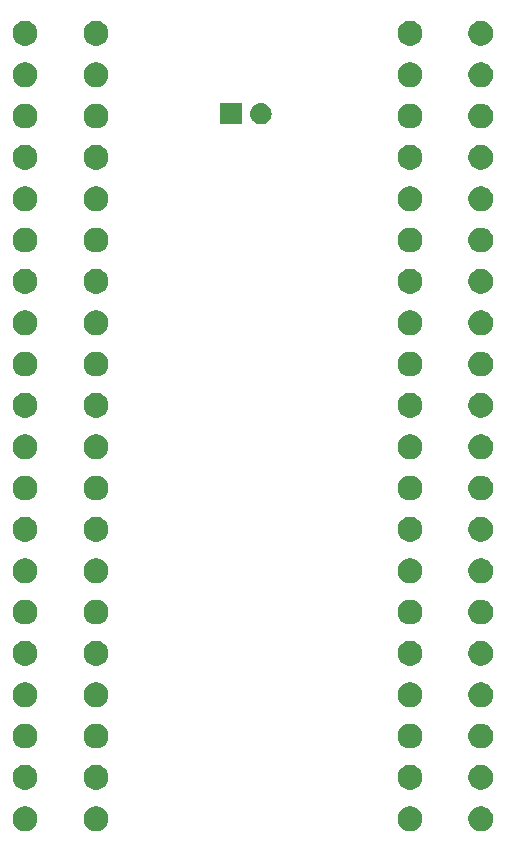
<source format=gbr>
G04 #@! TF.GenerationSoftware,KiCad,Pcbnew,(5.1.4)-1*
G04 #@! TF.CreationDate,2019-10-26T02:36:02-04:00*
G04 #@! TF.ProjectId,Star CAN Board,53746172-2043-4414-9e20-426f6172642e,rev?*
G04 #@! TF.SameCoordinates,Original*
G04 #@! TF.FileFunction,Soldermask,Bot*
G04 #@! TF.FilePolarity,Negative*
%FSLAX46Y46*%
G04 Gerber Fmt 4.6, Leading zero omitted, Abs format (unit mm)*
G04 Created by KiCad (PCBNEW (5.1.4)-1) date 2019-10-26 02:36:02*
%MOMM*%
%LPD*%
G04 APERTURE LIST*
%ADD10C,0.100000*%
G04 APERTURE END LIST*
D10*
G36*
X156086564Y-139959389D02*
G01*
X156277833Y-140038615D01*
X156277835Y-140038616D01*
X156449973Y-140153635D01*
X156596365Y-140300027D01*
X156711385Y-140472167D01*
X156790611Y-140663436D01*
X156831000Y-140866484D01*
X156831000Y-141073516D01*
X156790611Y-141276564D01*
X156711385Y-141467833D01*
X156711384Y-141467835D01*
X156596365Y-141639973D01*
X156449973Y-141786365D01*
X156277835Y-141901384D01*
X156277834Y-141901385D01*
X156277833Y-141901385D01*
X156086564Y-141980611D01*
X155883516Y-142021000D01*
X155676484Y-142021000D01*
X155473436Y-141980611D01*
X155282167Y-141901385D01*
X155282166Y-141901385D01*
X155282165Y-141901384D01*
X155110027Y-141786365D01*
X154963635Y-141639973D01*
X154848616Y-141467835D01*
X154848615Y-141467833D01*
X154769389Y-141276564D01*
X154729000Y-141073516D01*
X154729000Y-140866484D01*
X154769389Y-140663436D01*
X154848615Y-140472167D01*
X154963635Y-140300027D01*
X155110027Y-140153635D01*
X155282165Y-140038616D01*
X155282167Y-140038615D01*
X155473436Y-139959389D01*
X155676484Y-139919000D01*
X155883516Y-139919000D01*
X156086564Y-139959389D01*
X156086564Y-139959389D01*
G37*
G36*
X150086564Y-139959389D02*
G01*
X150277833Y-140038615D01*
X150277835Y-140038616D01*
X150449973Y-140153635D01*
X150596365Y-140300027D01*
X150711385Y-140472167D01*
X150790611Y-140663436D01*
X150831000Y-140866484D01*
X150831000Y-141073516D01*
X150790611Y-141276564D01*
X150711385Y-141467833D01*
X150711384Y-141467835D01*
X150596365Y-141639973D01*
X150449973Y-141786365D01*
X150277835Y-141901384D01*
X150277834Y-141901385D01*
X150277833Y-141901385D01*
X150086564Y-141980611D01*
X149883516Y-142021000D01*
X149676484Y-142021000D01*
X149473436Y-141980611D01*
X149282167Y-141901385D01*
X149282166Y-141901385D01*
X149282165Y-141901384D01*
X149110027Y-141786365D01*
X148963635Y-141639973D01*
X148848616Y-141467835D01*
X148848615Y-141467833D01*
X148769389Y-141276564D01*
X148729000Y-141073516D01*
X148729000Y-140866484D01*
X148769389Y-140663436D01*
X148848615Y-140472167D01*
X148963635Y-140300027D01*
X149110027Y-140153635D01*
X149282165Y-140038616D01*
X149282167Y-140038615D01*
X149473436Y-139959389D01*
X149676484Y-139919000D01*
X149883516Y-139919000D01*
X150086564Y-139959389D01*
X150086564Y-139959389D01*
G37*
G36*
X117496564Y-139959389D02*
G01*
X117687833Y-140038615D01*
X117687835Y-140038616D01*
X117859973Y-140153635D01*
X118006365Y-140300027D01*
X118121385Y-140472167D01*
X118200611Y-140663436D01*
X118241000Y-140866484D01*
X118241000Y-141073516D01*
X118200611Y-141276564D01*
X118121385Y-141467833D01*
X118121384Y-141467835D01*
X118006365Y-141639973D01*
X117859973Y-141786365D01*
X117687835Y-141901384D01*
X117687834Y-141901385D01*
X117687833Y-141901385D01*
X117496564Y-141980611D01*
X117293516Y-142021000D01*
X117086484Y-142021000D01*
X116883436Y-141980611D01*
X116692167Y-141901385D01*
X116692166Y-141901385D01*
X116692165Y-141901384D01*
X116520027Y-141786365D01*
X116373635Y-141639973D01*
X116258616Y-141467835D01*
X116258615Y-141467833D01*
X116179389Y-141276564D01*
X116139000Y-141073516D01*
X116139000Y-140866484D01*
X116179389Y-140663436D01*
X116258615Y-140472167D01*
X116373635Y-140300027D01*
X116520027Y-140153635D01*
X116692165Y-140038616D01*
X116692167Y-140038615D01*
X116883436Y-139959389D01*
X117086484Y-139919000D01*
X117293516Y-139919000D01*
X117496564Y-139959389D01*
X117496564Y-139959389D01*
G37*
G36*
X123496564Y-139959389D02*
G01*
X123687833Y-140038615D01*
X123687835Y-140038616D01*
X123859973Y-140153635D01*
X124006365Y-140300027D01*
X124121385Y-140472167D01*
X124200611Y-140663436D01*
X124241000Y-140866484D01*
X124241000Y-141073516D01*
X124200611Y-141276564D01*
X124121385Y-141467833D01*
X124121384Y-141467835D01*
X124006365Y-141639973D01*
X123859973Y-141786365D01*
X123687835Y-141901384D01*
X123687834Y-141901385D01*
X123687833Y-141901385D01*
X123496564Y-141980611D01*
X123293516Y-142021000D01*
X123086484Y-142021000D01*
X122883436Y-141980611D01*
X122692167Y-141901385D01*
X122692166Y-141901385D01*
X122692165Y-141901384D01*
X122520027Y-141786365D01*
X122373635Y-141639973D01*
X122258616Y-141467835D01*
X122258615Y-141467833D01*
X122179389Y-141276564D01*
X122139000Y-141073516D01*
X122139000Y-140866484D01*
X122179389Y-140663436D01*
X122258615Y-140472167D01*
X122373635Y-140300027D01*
X122520027Y-140153635D01*
X122692165Y-140038616D01*
X122692167Y-140038615D01*
X122883436Y-139959389D01*
X123086484Y-139919000D01*
X123293516Y-139919000D01*
X123496564Y-139959389D01*
X123496564Y-139959389D01*
G37*
G36*
X117496564Y-136459389D02*
G01*
X117687833Y-136538615D01*
X117687835Y-136538616D01*
X117859973Y-136653635D01*
X118006365Y-136800027D01*
X118121385Y-136972167D01*
X118200611Y-137163436D01*
X118241000Y-137366484D01*
X118241000Y-137573516D01*
X118200611Y-137776564D01*
X118121385Y-137967833D01*
X118121384Y-137967835D01*
X118006365Y-138139973D01*
X117859973Y-138286365D01*
X117687835Y-138401384D01*
X117687834Y-138401385D01*
X117687833Y-138401385D01*
X117496564Y-138480611D01*
X117293516Y-138521000D01*
X117086484Y-138521000D01*
X116883436Y-138480611D01*
X116692167Y-138401385D01*
X116692166Y-138401385D01*
X116692165Y-138401384D01*
X116520027Y-138286365D01*
X116373635Y-138139973D01*
X116258616Y-137967835D01*
X116258615Y-137967833D01*
X116179389Y-137776564D01*
X116139000Y-137573516D01*
X116139000Y-137366484D01*
X116179389Y-137163436D01*
X116258615Y-136972167D01*
X116373635Y-136800027D01*
X116520027Y-136653635D01*
X116692165Y-136538616D01*
X116692167Y-136538615D01*
X116883436Y-136459389D01*
X117086484Y-136419000D01*
X117293516Y-136419000D01*
X117496564Y-136459389D01*
X117496564Y-136459389D01*
G37*
G36*
X123496564Y-136459389D02*
G01*
X123687833Y-136538615D01*
X123687835Y-136538616D01*
X123859973Y-136653635D01*
X124006365Y-136800027D01*
X124121385Y-136972167D01*
X124200611Y-137163436D01*
X124241000Y-137366484D01*
X124241000Y-137573516D01*
X124200611Y-137776564D01*
X124121385Y-137967833D01*
X124121384Y-137967835D01*
X124006365Y-138139973D01*
X123859973Y-138286365D01*
X123687835Y-138401384D01*
X123687834Y-138401385D01*
X123687833Y-138401385D01*
X123496564Y-138480611D01*
X123293516Y-138521000D01*
X123086484Y-138521000D01*
X122883436Y-138480611D01*
X122692167Y-138401385D01*
X122692166Y-138401385D01*
X122692165Y-138401384D01*
X122520027Y-138286365D01*
X122373635Y-138139973D01*
X122258616Y-137967835D01*
X122258615Y-137967833D01*
X122179389Y-137776564D01*
X122139000Y-137573516D01*
X122139000Y-137366484D01*
X122179389Y-137163436D01*
X122258615Y-136972167D01*
X122373635Y-136800027D01*
X122520027Y-136653635D01*
X122692165Y-136538616D01*
X122692167Y-136538615D01*
X122883436Y-136459389D01*
X123086484Y-136419000D01*
X123293516Y-136419000D01*
X123496564Y-136459389D01*
X123496564Y-136459389D01*
G37*
G36*
X150086564Y-136459389D02*
G01*
X150277833Y-136538615D01*
X150277835Y-136538616D01*
X150449973Y-136653635D01*
X150596365Y-136800027D01*
X150711385Y-136972167D01*
X150790611Y-137163436D01*
X150831000Y-137366484D01*
X150831000Y-137573516D01*
X150790611Y-137776564D01*
X150711385Y-137967833D01*
X150711384Y-137967835D01*
X150596365Y-138139973D01*
X150449973Y-138286365D01*
X150277835Y-138401384D01*
X150277834Y-138401385D01*
X150277833Y-138401385D01*
X150086564Y-138480611D01*
X149883516Y-138521000D01*
X149676484Y-138521000D01*
X149473436Y-138480611D01*
X149282167Y-138401385D01*
X149282166Y-138401385D01*
X149282165Y-138401384D01*
X149110027Y-138286365D01*
X148963635Y-138139973D01*
X148848616Y-137967835D01*
X148848615Y-137967833D01*
X148769389Y-137776564D01*
X148729000Y-137573516D01*
X148729000Y-137366484D01*
X148769389Y-137163436D01*
X148848615Y-136972167D01*
X148963635Y-136800027D01*
X149110027Y-136653635D01*
X149282165Y-136538616D01*
X149282167Y-136538615D01*
X149473436Y-136459389D01*
X149676484Y-136419000D01*
X149883516Y-136419000D01*
X150086564Y-136459389D01*
X150086564Y-136459389D01*
G37*
G36*
X156086564Y-136459389D02*
G01*
X156277833Y-136538615D01*
X156277835Y-136538616D01*
X156449973Y-136653635D01*
X156596365Y-136800027D01*
X156711385Y-136972167D01*
X156790611Y-137163436D01*
X156831000Y-137366484D01*
X156831000Y-137573516D01*
X156790611Y-137776564D01*
X156711385Y-137967833D01*
X156711384Y-137967835D01*
X156596365Y-138139973D01*
X156449973Y-138286365D01*
X156277835Y-138401384D01*
X156277834Y-138401385D01*
X156277833Y-138401385D01*
X156086564Y-138480611D01*
X155883516Y-138521000D01*
X155676484Y-138521000D01*
X155473436Y-138480611D01*
X155282167Y-138401385D01*
X155282166Y-138401385D01*
X155282165Y-138401384D01*
X155110027Y-138286365D01*
X154963635Y-138139973D01*
X154848616Y-137967835D01*
X154848615Y-137967833D01*
X154769389Y-137776564D01*
X154729000Y-137573516D01*
X154729000Y-137366484D01*
X154769389Y-137163436D01*
X154848615Y-136972167D01*
X154963635Y-136800027D01*
X155110027Y-136653635D01*
X155282165Y-136538616D01*
X155282167Y-136538615D01*
X155473436Y-136459389D01*
X155676484Y-136419000D01*
X155883516Y-136419000D01*
X156086564Y-136459389D01*
X156086564Y-136459389D01*
G37*
G36*
X156086564Y-132959389D02*
G01*
X156277833Y-133038615D01*
X156277835Y-133038616D01*
X156449973Y-133153635D01*
X156596365Y-133300027D01*
X156711385Y-133472167D01*
X156790611Y-133663436D01*
X156831000Y-133866484D01*
X156831000Y-134073516D01*
X156790611Y-134276564D01*
X156711385Y-134467833D01*
X156711384Y-134467835D01*
X156596365Y-134639973D01*
X156449973Y-134786365D01*
X156277835Y-134901384D01*
X156277834Y-134901385D01*
X156277833Y-134901385D01*
X156086564Y-134980611D01*
X155883516Y-135021000D01*
X155676484Y-135021000D01*
X155473436Y-134980611D01*
X155282167Y-134901385D01*
X155282166Y-134901385D01*
X155282165Y-134901384D01*
X155110027Y-134786365D01*
X154963635Y-134639973D01*
X154848616Y-134467835D01*
X154848615Y-134467833D01*
X154769389Y-134276564D01*
X154729000Y-134073516D01*
X154729000Y-133866484D01*
X154769389Y-133663436D01*
X154848615Y-133472167D01*
X154963635Y-133300027D01*
X155110027Y-133153635D01*
X155282165Y-133038616D01*
X155282167Y-133038615D01*
X155473436Y-132959389D01*
X155676484Y-132919000D01*
X155883516Y-132919000D01*
X156086564Y-132959389D01*
X156086564Y-132959389D01*
G37*
G36*
X150086564Y-132959389D02*
G01*
X150277833Y-133038615D01*
X150277835Y-133038616D01*
X150449973Y-133153635D01*
X150596365Y-133300027D01*
X150711385Y-133472167D01*
X150790611Y-133663436D01*
X150831000Y-133866484D01*
X150831000Y-134073516D01*
X150790611Y-134276564D01*
X150711385Y-134467833D01*
X150711384Y-134467835D01*
X150596365Y-134639973D01*
X150449973Y-134786365D01*
X150277835Y-134901384D01*
X150277834Y-134901385D01*
X150277833Y-134901385D01*
X150086564Y-134980611D01*
X149883516Y-135021000D01*
X149676484Y-135021000D01*
X149473436Y-134980611D01*
X149282167Y-134901385D01*
X149282166Y-134901385D01*
X149282165Y-134901384D01*
X149110027Y-134786365D01*
X148963635Y-134639973D01*
X148848616Y-134467835D01*
X148848615Y-134467833D01*
X148769389Y-134276564D01*
X148729000Y-134073516D01*
X148729000Y-133866484D01*
X148769389Y-133663436D01*
X148848615Y-133472167D01*
X148963635Y-133300027D01*
X149110027Y-133153635D01*
X149282165Y-133038616D01*
X149282167Y-133038615D01*
X149473436Y-132959389D01*
X149676484Y-132919000D01*
X149883516Y-132919000D01*
X150086564Y-132959389D01*
X150086564Y-132959389D01*
G37*
G36*
X123496564Y-132959389D02*
G01*
X123687833Y-133038615D01*
X123687835Y-133038616D01*
X123859973Y-133153635D01*
X124006365Y-133300027D01*
X124121385Y-133472167D01*
X124200611Y-133663436D01*
X124241000Y-133866484D01*
X124241000Y-134073516D01*
X124200611Y-134276564D01*
X124121385Y-134467833D01*
X124121384Y-134467835D01*
X124006365Y-134639973D01*
X123859973Y-134786365D01*
X123687835Y-134901384D01*
X123687834Y-134901385D01*
X123687833Y-134901385D01*
X123496564Y-134980611D01*
X123293516Y-135021000D01*
X123086484Y-135021000D01*
X122883436Y-134980611D01*
X122692167Y-134901385D01*
X122692166Y-134901385D01*
X122692165Y-134901384D01*
X122520027Y-134786365D01*
X122373635Y-134639973D01*
X122258616Y-134467835D01*
X122258615Y-134467833D01*
X122179389Y-134276564D01*
X122139000Y-134073516D01*
X122139000Y-133866484D01*
X122179389Y-133663436D01*
X122258615Y-133472167D01*
X122373635Y-133300027D01*
X122520027Y-133153635D01*
X122692165Y-133038616D01*
X122692167Y-133038615D01*
X122883436Y-132959389D01*
X123086484Y-132919000D01*
X123293516Y-132919000D01*
X123496564Y-132959389D01*
X123496564Y-132959389D01*
G37*
G36*
X117496564Y-132959389D02*
G01*
X117687833Y-133038615D01*
X117687835Y-133038616D01*
X117859973Y-133153635D01*
X118006365Y-133300027D01*
X118121385Y-133472167D01*
X118200611Y-133663436D01*
X118241000Y-133866484D01*
X118241000Y-134073516D01*
X118200611Y-134276564D01*
X118121385Y-134467833D01*
X118121384Y-134467835D01*
X118006365Y-134639973D01*
X117859973Y-134786365D01*
X117687835Y-134901384D01*
X117687834Y-134901385D01*
X117687833Y-134901385D01*
X117496564Y-134980611D01*
X117293516Y-135021000D01*
X117086484Y-135021000D01*
X116883436Y-134980611D01*
X116692167Y-134901385D01*
X116692166Y-134901385D01*
X116692165Y-134901384D01*
X116520027Y-134786365D01*
X116373635Y-134639973D01*
X116258616Y-134467835D01*
X116258615Y-134467833D01*
X116179389Y-134276564D01*
X116139000Y-134073516D01*
X116139000Y-133866484D01*
X116179389Y-133663436D01*
X116258615Y-133472167D01*
X116373635Y-133300027D01*
X116520027Y-133153635D01*
X116692165Y-133038616D01*
X116692167Y-133038615D01*
X116883436Y-132959389D01*
X117086484Y-132919000D01*
X117293516Y-132919000D01*
X117496564Y-132959389D01*
X117496564Y-132959389D01*
G37*
G36*
X150086564Y-129459389D02*
G01*
X150277833Y-129538615D01*
X150277835Y-129538616D01*
X150449973Y-129653635D01*
X150596365Y-129800027D01*
X150711385Y-129972167D01*
X150790611Y-130163436D01*
X150831000Y-130366484D01*
X150831000Y-130573516D01*
X150790611Y-130776564D01*
X150711385Y-130967833D01*
X150711384Y-130967835D01*
X150596365Y-131139973D01*
X150449973Y-131286365D01*
X150277835Y-131401384D01*
X150277834Y-131401385D01*
X150277833Y-131401385D01*
X150086564Y-131480611D01*
X149883516Y-131521000D01*
X149676484Y-131521000D01*
X149473436Y-131480611D01*
X149282167Y-131401385D01*
X149282166Y-131401385D01*
X149282165Y-131401384D01*
X149110027Y-131286365D01*
X148963635Y-131139973D01*
X148848616Y-130967835D01*
X148848615Y-130967833D01*
X148769389Y-130776564D01*
X148729000Y-130573516D01*
X148729000Y-130366484D01*
X148769389Y-130163436D01*
X148848615Y-129972167D01*
X148963635Y-129800027D01*
X149110027Y-129653635D01*
X149282165Y-129538616D01*
X149282167Y-129538615D01*
X149473436Y-129459389D01*
X149676484Y-129419000D01*
X149883516Y-129419000D01*
X150086564Y-129459389D01*
X150086564Y-129459389D01*
G37*
G36*
X156086564Y-129459389D02*
G01*
X156277833Y-129538615D01*
X156277835Y-129538616D01*
X156449973Y-129653635D01*
X156596365Y-129800027D01*
X156711385Y-129972167D01*
X156790611Y-130163436D01*
X156831000Y-130366484D01*
X156831000Y-130573516D01*
X156790611Y-130776564D01*
X156711385Y-130967833D01*
X156711384Y-130967835D01*
X156596365Y-131139973D01*
X156449973Y-131286365D01*
X156277835Y-131401384D01*
X156277834Y-131401385D01*
X156277833Y-131401385D01*
X156086564Y-131480611D01*
X155883516Y-131521000D01*
X155676484Y-131521000D01*
X155473436Y-131480611D01*
X155282167Y-131401385D01*
X155282166Y-131401385D01*
X155282165Y-131401384D01*
X155110027Y-131286365D01*
X154963635Y-131139973D01*
X154848616Y-130967835D01*
X154848615Y-130967833D01*
X154769389Y-130776564D01*
X154729000Y-130573516D01*
X154729000Y-130366484D01*
X154769389Y-130163436D01*
X154848615Y-129972167D01*
X154963635Y-129800027D01*
X155110027Y-129653635D01*
X155282165Y-129538616D01*
X155282167Y-129538615D01*
X155473436Y-129459389D01*
X155676484Y-129419000D01*
X155883516Y-129419000D01*
X156086564Y-129459389D01*
X156086564Y-129459389D01*
G37*
G36*
X117496564Y-129459389D02*
G01*
X117687833Y-129538615D01*
X117687835Y-129538616D01*
X117859973Y-129653635D01*
X118006365Y-129800027D01*
X118121385Y-129972167D01*
X118200611Y-130163436D01*
X118241000Y-130366484D01*
X118241000Y-130573516D01*
X118200611Y-130776564D01*
X118121385Y-130967833D01*
X118121384Y-130967835D01*
X118006365Y-131139973D01*
X117859973Y-131286365D01*
X117687835Y-131401384D01*
X117687834Y-131401385D01*
X117687833Y-131401385D01*
X117496564Y-131480611D01*
X117293516Y-131521000D01*
X117086484Y-131521000D01*
X116883436Y-131480611D01*
X116692167Y-131401385D01*
X116692166Y-131401385D01*
X116692165Y-131401384D01*
X116520027Y-131286365D01*
X116373635Y-131139973D01*
X116258616Y-130967835D01*
X116258615Y-130967833D01*
X116179389Y-130776564D01*
X116139000Y-130573516D01*
X116139000Y-130366484D01*
X116179389Y-130163436D01*
X116258615Y-129972167D01*
X116373635Y-129800027D01*
X116520027Y-129653635D01*
X116692165Y-129538616D01*
X116692167Y-129538615D01*
X116883436Y-129459389D01*
X117086484Y-129419000D01*
X117293516Y-129419000D01*
X117496564Y-129459389D01*
X117496564Y-129459389D01*
G37*
G36*
X123496564Y-129459389D02*
G01*
X123687833Y-129538615D01*
X123687835Y-129538616D01*
X123859973Y-129653635D01*
X124006365Y-129800027D01*
X124121385Y-129972167D01*
X124200611Y-130163436D01*
X124241000Y-130366484D01*
X124241000Y-130573516D01*
X124200611Y-130776564D01*
X124121385Y-130967833D01*
X124121384Y-130967835D01*
X124006365Y-131139973D01*
X123859973Y-131286365D01*
X123687835Y-131401384D01*
X123687834Y-131401385D01*
X123687833Y-131401385D01*
X123496564Y-131480611D01*
X123293516Y-131521000D01*
X123086484Y-131521000D01*
X122883436Y-131480611D01*
X122692167Y-131401385D01*
X122692166Y-131401385D01*
X122692165Y-131401384D01*
X122520027Y-131286365D01*
X122373635Y-131139973D01*
X122258616Y-130967835D01*
X122258615Y-130967833D01*
X122179389Y-130776564D01*
X122139000Y-130573516D01*
X122139000Y-130366484D01*
X122179389Y-130163436D01*
X122258615Y-129972167D01*
X122373635Y-129800027D01*
X122520027Y-129653635D01*
X122692165Y-129538616D01*
X122692167Y-129538615D01*
X122883436Y-129459389D01*
X123086484Y-129419000D01*
X123293516Y-129419000D01*
X123496564Y-129459389D01*
X123496564Y-129459389D01*
G37*
G36*
X117496564Y-125959389D02*
G01*
X117687833Y-126038615D01*
X117687835Y-126038616D01*
X117859973Y-126153635D01*
X118006365Y-126300027D01*
X118121385Y-126472167D01*
X118200611Y-126663436D01*
X118241000Y-126866484D01*
X118241000Y-127073516D01*
X118200611Y-127276564D01*
X118121385Y-127467833D01*
X118121384Y-127467835D01*
X118006365Y-127639973D01*
X117859973Y-127786365D01*
X117687835Y-127901384D01*
X117687834Y-127901385D01*
X117687833Y-127901385D01*
X117496564Y-127980611D01*
X117293516Y-128021000D01*
X117086484Y-128021000D01*
X116883436Y-127980611D01*
X116692167Y-127901385D01*
X116692166Y-127901385D01*
X116692165Y-127901384D01*
X116520027Y-127786365D01*
X116373635Y-127639973D01*
X116258616Y-127467835D01*
X116258615Y-127467833D01*
X116179389Y-127276564D01*
X116139000Y-127073516D01*
X116139000Y-126866484D01*
X116179389Y-126663436D01*
X116258615Y-126472167D01*
X116373635Y-126300027D01*
X116520027Y-126153635D01*
X116692165Y-126038616D01*
X116692167Y-126038615D01*
X116883436Y-125959389D01*
X117086484Y-125919000D01*
X117293516Y-125919000D01*
X117496564Y-125959389D01*
X117496564Y-125959389D01*
G37*
G36*
X123496564Y-125959389D02*
G01*
X123687833Y-126038615D01*
X123687835Y-126038616D01*
X123859973Y-126153635D01*
X124006365Y-126300027D01*
X124121385Y-126472167D01*
X124200611Y-126663436D01*
X124241000Y-126866484D01*
X124241000Y-127073516D01*
X124200611Y-127276564D01*
X124121385Y-127467833D01*
X124121384Y-127467835D01*
X124006365Y-127639973D01*
X123859973Y-127786365D01*
X123687835Y-127901384D01*
X123687834Y-127901385D01*
X123687833Y-127901385D01*
X123496564Y-127980611D01*
X123293516Y-128021000D01*
X123086484Y-128021000D01*
X122883436Y-127980611D01*
X122692167Y-127901385D01*
X122692166Y-127901385D01*
X122692165Y-127901384D01*
X122520027Y-127786365D01*
X122373635Y-127639973D01*
X122258616Y-127467835D01*
X122258615Y-127467833D01*
X122179389Y-127276564D01*
X122139000Y-127073516D01*
X122139000Y-126866484D01*
X122179389Y-126663436D01*
X122258615Y-126472167D01*
X122373635Y-126300027D01*
X122520027Y-126153635D01*
X122692165Y-126038616D01*
X122692167Y-126038615D01*
X122883436Y-125959389D01*
X123086484Y-125919000D01*
X123293516Y-125919000D01*
X123496564Y-125959389D01*
X123496564Y-125959389D01*
G37*
G36*
X150086564Y-125959389D02*
G01*
X150277833Y-126038615D01*
X150277835Y-126038616D01*
X150449973Y-126153635D01*
X150596365Y-126300027D01*
X150711385Y-126472167D01*
X150790611Y-126663436D01*
X150831000Y-126866484D01*
X150831000Y-127073516D01*
X150790611Y-127276564D01*
X150711385Y-127467833D01*
X150711384Y-127467835D01*
X150596365Y-127639973D01*
X150449973Y-127786365D01*
X150277835Y-127901384D01*
X150277834Y-127901385D01*
X150277833Y-127901385D01*
X150086564Y-127980611D01*
X149883516Y-128021000D01*
X149676484Y-128021000D01*
X149473436Y-127980611D01*
X149282167Y-127901385D01*
X149282166Y-127901385D01*
X149282165Y-127901384D01*
X149110027Y-127786365D01*
X148963635Y-127639973D01*
X148848616Y-127467835D01*
X148848615Y-127467833D01*
X148769389Y-127276564D01*
X148729000Y-127073516D01*
X148729000Y-126866484D01*
X148769389Y-126663436D01*
X148848615Y-126472167D01*
X148963635Y-126300027D01*
X149110027Y-126153635D01*
X149282165Y-126038616D01*
X149282167Y-126038615D01*
X149473436Y-125959389D01*
X149676484Y-125919000D01*
X149883516Y-125919000D01*
X150086564Y-125959389D01*
X150086564Y-125959389D01*
G37*
G36*
X156086564Y-125959389D02*
G01*
X156277833Y-126038615D01*
X156277835Y-126038616D01*
X156449973Y-126153635D01*
X156596365Y-126300027D01*
X156711385Y-126472167D01*
X156790611Y-126663436D01*
X156831000Y-126866484D01*
X156831000Y-127073516D01*
X156790611Y-127276564D01*
X156711385Y-127467833D01*
X156711384Y-127467835D01*
X156596365Y-127639973D01*
X156449973Y-127786365D01*
X156277835Y-127901384D01*
X156277834Y-127901385D01*
X156277833Y-127901385D01*
X156086564Y-127980611D01*
X155883516Y-128021000D01*
X155676484Y-128021000D01*
X155473436Y-127980611D01*
X155282167Y-127901385D01*
X155282166Y-127901385D01*
X155282165Y-127901384D01*
X155110027Y-127786365D01*
X154963635Y-127639973D01*
X154848616Y-127467835D01*
X154848615Y-127467833D01*
X154769389Y-127276564D01*
X154729000Y-127073516D01*
X154729000Y-126866484D01*
X154769389Y-126663436D01*
X154848615Y-126472167D01*
X154963635Y-126300027D01*
X155110027Y-126153635D01*
X155282165Y-126038616D01*
X155282167Y-126038615D01*
X155473436Y-125959389D01*
X155676484Y-125919000D01*
X155883516Y-125919000D01*
X156086564Y-125959389D01*
X156086564Y-125959389D01*
G37*
G36*
X117496564Y-122459389D02*
G01*
X117687833Y-122538615D01*
X117687835Y-122538616D01*
X117859973Y-122653635D01*
X118006365Y-122800027D01*
X118121385Y-122972167D01*
X118200611Y-123163436D01*
X118241000Y-123366484D01*
X118241000Y-123573516D01*
X118200611Y-123776564D01*
X118121385Y-123967833D01*
X118121384Y-123967835D01*
X118006365Y-124139973D01*
X117859973Y-124286365D01*
X117687835Y-124401384D01*
X117687834Y-124401385D01*
X117687833Y-124401385D01*
X117496564Y-124480611D01*
X117293516Y-124521000D01*
X117086484Y-124521000D01*
X116883436Y-124480611D01*
X116692167Y-124401385D01*
X116692166Y-124401385D01*
X116692165Y-124401384D01*
X116520027Y-124286365D01*
X116373635Y-124139973D01*
X116258616Y-123967835D01*
X116258615Y-123967833D01*
X116179389Y-123776564D01*
X116139000Y-123573516D01*
X116139000Y-123366484D01*
X116179389Y-123163436D01*
X116258615Y-122972167D01*
X116373635Y-122800027D01*
X116520027Y-122653635D01*
X116692165Y-122538616D01*
X116692167Y-122538615D01*
X116883436Y-122459389D01*
X117086484Y-122419000D01*
X117293516Y-122419000D01*
X117496564Y-122459389D01*
X117496564Y-122459389D01*
G37*
G36*
X123496564Y-122459389D02*
G01*
X123687833Y-122538615D01*
X123687835Y-122538616D01*
X123859973Y-122653635D01*
X124006365Y-122800027D01*
X124121385Y-122972167D01*
X124200611Y-123163436D01*
X124241000Y-123366484D01*
X124241000Y-123573516D01*
X124200611Y-123776564D01*
X124121385Y-123967833D01*
X124121384Y-123967835D01*
X124006365Y-124139973D01*
X123859973Y-124286365D01*
X123687835Y-124401384D01*
X123687834Y-124401385D01*
X123687833Y-124401385D01*
X123496564Y-124480611D01*
X123293516Y-124521000D01*
X123086484Y-124521000D01*
X122883436Y-124480611D01*
X122692167Y-124401385D01*
X122692166Y-124401385D01*
X122692165Y-124401384D01*
X122520027Y-124286365D01*
X122373635Y-124139973D01*
X122258616Y-123967835D01*
X122258615Y-123967833D01*
X122179389Y-123776564D01*
X122139000Y-123573516D01*
X122139000Y-123366484D01*
X122179389Y-123163436D01*
X122258615Y-122972167D01*
X122373635Y-122800027D01*
X122520027Y-122653635D01*
X122692165Y-122538616D01*
X122692167Y-122538615D01*
X122883436Y-122459389D01*
X123086484Y-122419000D01*
X123293516Y-122419000D01*
X123496564Y-122459389D01*
X123496564Y-122459389D01*
G37*
G36*
X150086564Y-122459389D02*
G01*
X150277833Y-122538615D01*
X150277835Y-122538616D01*
X150449973Y-122653635D01*
X150596365Y-122800027D01*
X150711385Y-122972167D01*
X150790611Y-123163436D01*
X150831000Y-123366484D01*
X150831000Y-123573516D01*
X150790611Y-123776564D01*
X150711385Y-123967833D01*
X150711384Y-123967835D01*
X150596365Y-124139973D01*
X150449973Y-124286365D01*
X150277835Y-124401384D01*
X150277834Y-124401385D01*
X150277833Y-124401385D01*
X150086564Y-124480611D01*
X149883516Y-124521000D01*
X149676484Y-124521000D01*
X149473436Y-124480611D01*
X149282167Y-124401385D01*
X149282166Y-124401385D01*
X149282165Y-124401384D01*
X149110027Y-124286365D01*
X148963635Y-124139973D01*
X148848616Y-123967835D01*
X148848615Y-123967833D01*
X148769389Y-123776564D01*
X148729000Y-123573516D01*
X148729000Y-123366484D01*
X148769389Y-123163436D01*
X148848615Y-122972167D01*
X148963635Y-122800027D01*
X149110027Y-122653635D01*
X149282165Y-122538616D01*
X149282167Y-122538615D01*
X149473436Y-122459389D01*
X149676484Y-122419000D01*
X149883516Y-122419000D01*
X150086564Y-122459389D01*
X150086564Y-122459389D01*
G37*
G36*
X156086564Y-122459389D02*
G01*
X156277833Y-122538615D01*
X156277835Y-122538616D01*
X156449973Y-122653635D01*
X156596365Y-122800027D01*
X156711385Y-122972167D01*
X156790611Y-123163436D01*
X156831000Y-123366484D01*
X156831000Y-123573516D01*
X156790611Y-123776564D01*
X156711385Y-123967833D01*
X156711384Y-123967835D01*
X156596365Y-124139973D01*
X156449973Y-124286365D01*
X156277835Y-124401384D01*
X156277834Y-124401385D01*
X156277833Y-124401385D01*
X156086564Y-124480611D01*
X155883516Y-124521000D01*
X155676484Y-124521000D01*
X155473436Y-124480611D01*
X155282167Y-124401385D01*
X155282166Y-124401385D01*
X155282165Y-124401384D01*
X155110027Y-124286365D01*
X154963635Y-124139973D01*
X154848616Y-123967835D01*
X154848615Y-123967833D01*
X154769389Y-123776564D01*
X154729000Y-123573516D01*
X154729000Y-123366484D01*
X154769389Y-123163436D01*
X154848615Y-122972167D01*
X154963635Y-122800027D01*
X155110027Y-122653635D01*
X155282165Y-122538616D01*
X155282167Y-122538615D01*
X155473436Y-122459389D01*
X155676484Y-122419000D01*
X155883516Y-122419000D01*
X156086564Y-122459389D01*
X156086564Y-122459389D01*
G37*
G36*
X117496564Y-118959389D02*
G01*
X117687833Y-119038615D01*
X117687835Y-119038616D01*
X117859973Y-119153635D01*
X118006365Y-119300027D01*
X118121385Y-119472167D01*
X118200611Y-119663436D01*
X118241000Y-119866484D01*
X118241000Y-120073516D01*
X118200611Y-120276564D01*
X118121385Y-120467833D01*
X118121384Y-120467835D01*
X118006365Y-120639973D01*
X117859973Y-120786365D01*
X117687835Y-120901384D01*
X117687834Y-120901385D01*
X117687833Y-120901385D01*
X117496564Y-120980611D01*
X117293516Y-121021000D01*
X117086484Y-121021000D01*
X116883436Y-120980611D01*
X116692167Y-120901385D01*
X116692166Y-120901385D01*
X116692165Y-120901384D01*
X116520027Y-120786365D01*
X116373635Y-120639973D01*
X116258616Y-120467835D01*
X116258615Y-120467833D01*
X116179389Y-120276564D01*
X116139000Y-120073516D01*
X116139000Y-119866484D01*
X116179389Y-119663436D01*
X116258615Y-119472167D01*
X116373635Y-119300027D01*
X116520027Y-119153635D01*
X116692165Y-119038616D01*
X116692167Y-119038615D01*
X116883436Y-118959389D01*
X117086484Y-118919000D01*
X117293516Y-118919000D01*
X117496564Y-118959389D01*
X117496564Y-118959389D01*
G37*
G36*
X123496564Y-118959389D02*
G01*
X123687833Y-119038615D01*
X123687835Y-119038616D01*
X123859973Y-119153635D01*
X124006365Y-119300027D01*
X124121385Y-119472167D01*
X124200611Y-119663436D01*
X124241000Y-119866484D01*
X124241000Y-120073516D01*
X124200611Y-120276564D01*
X124121385Y-120467833D01*
X124121384Y-120467835D01*
X124006365Y-120639973D01*
X123859973Y-120786365D01*
X123687835Y-120901384D01*
X123687834Y-120901385D01*
X123687833Y-120901385D01*
X123496564Y-120980611D01*
X123293516Y-121021000D01*
X123086484Y-121021000D01*
X122883436Y-120980611D01*
X122692167Y-120901385D01*
X122692166Y-120901385D01*
X122692165Y-120901384D01*
X122520027Y-120786365D01*
X122373635Y-120639973D01*
X122258616Y-120467835D01*
X122258615Y-120467833D01*
X122179389Y-120276564D01*
X122139000Y-120073516D01*
X122139000Y-119866484D01*
X122179389Y-119663436D01*
X122258615Y-119472167D01*
X122373635Y-119300027D01*
X122520027Y-119153635D01*
X122692165Y-119038616D01*
X122692167Y-119038615D01*
X122883436Y-118959389D01*
X123086484Y-118919000D01*
X123293516Y-118919000D01*
X123496564Y-118959389D01*
X123496564Y-118959389D01*
G37*
G36*
X150086564Y-118959389D02*
G01*
X150277833Y-119038615D01*
X150277835Y-119038616D01*
X150449973Y-119153635D01*
X150596365Y-119300027D01*
X150711385Y-119472167D01*
X150790611Y-119663436D01*
X150831000Y-119866484D01*
X150831000Y-120073516D01*
X150790611Y-120276564D01*
X150711385Y-120467833D01*
X150711384Y-120467835D01*
X150596365Y-120639973D01*
X150449973Y-120786365D01*
X150277835Y-120901384D01*
X150277834Y-120901385D01*
X150277833Y-120901385D01*
X150086564Y-120980611D01*
X149883516Y-121021000D01*
X149676484Y-121021000D01*
X149473436Y-120980611D01*
X149282167Y-120901385D01*
X149282166Y-120901385D01*
X149282165Y-120901384D01*
X149110027Y-120786365D01*
X148963635Y-120639973D01*
X148848616Y-120467835D01*
X148848615Y-120467833D01*
X148769389Y-120276564D01*
X148729000Y-120073516D01*
X148729000Y-119866484D01*
X148769389Y-119663436D01*
X148848615Y-119472167D01*
X148963635Y-119300027D01*
X149110027Y-119153635D01*
X149282165Y-119038616D01*
X149282167Y-119038615D01*
X149473436Y-118959389D01*
X149676484Y-118919000D01*
X149883516Y-118919000D01*
X150086564Y-118959389D01*
X150086564Y-118959389D01*
G37*
G36*
X156086564Y-118959389D02*
G01*
X156277833Y-119038615D01*
X156277835Y-119038616D01*
X156449973Y-119153635D01*
X156596365Y-119300027D01*
X156711385Y-119472167D01*
X156790611Y-119663436D01*
X156831000Y-119866484D01*
X156831000Y-120073516D01*
X156790611Y-120276564D01*
X156711385Y-120467833D01*
X156711384Y-120467835D01*
X156596365Y-120639973D01*
X156449973Y-120786365D01*
X156277835Y-120901384D01*
X156277834Y-120901385D01*
X156277833Y-120901385D01*
X156086564Y-120980611D01*
X155883516Y-121021000D01*
X155676484Y-121021000D01*
X155473436Y-120980611D01*
X155282167Y-120901385D01*
X155282166Y-120901385D01*
X155282165Y-120901384D01*
X155110027Y-120786365D01*
X154963635Y-120639973D01*
X154848616Y-120467835D01*
X154848615Y-120467833D01*
X154769389Y-120276564D01*
X154729000Y-120073516D01*
X154729000Y-119866484D01*
X154769389Y-119663436D01*
X154848615Y-119472167D01*
X154963635Y-119300027D01*
X155110027Y-119153635D01*
X155282165Y-119038616D01*
X155282167Y-119038615D01*
X155473436Y-118959389D01*
X155676484Y-118919000D01*
X155883516Y-118919000D01*
X156086564Y-118959389D01*
X156086564Y-118959389D01*
G37*
G36*
X123496564Y-115459389D02*
G01*
X123687833Y-115538615D01*
X123687835Y-115538616D01*
X123859973Y-115653635D01*
X124006365Y-115800027D01*
X124121385Y-115972167D01*
X124200611Y-116163436D01*
X124241000Y-116366484D01*
X124241000Y-116573516D01*
X124200611Y-116776564D01*
X124121385Y-116967833D01*
X124121384Y-116967835D01*
X124006365Y-117139973D01*
X123859973Y-117286365D01*
X123687835Y-117401384D01*
X123687834Y-117401385D01*
X123687833Y-117401385D01*
X123496564Y-117480611D01*
X123293516Y-117521000D01*
X123086484Y-117521000D01*
X122883436Y-117480611D01*
X122692167Y-117401385D01*
X122692166Y-117401385D01*
X122692165Y-117401384D01*
X122520027Y-117286365D01*
X122373635Y-117139973D01*
X122258616Y-116967835D01*
X122258615Y-116967833D01*
X122179389Y-116776564D01*
X122139000Y-116573516D01*
X122139000Y-116366484D01*
X122179389Y-116163436D01*
X122258615Y-115972167D01*
X122373635Y-115800027D01*
X122520027Y-115653635D01*
X122692165Y-115538616D01*
X122692167Y-115538615D01*
X122883436Y-115459389D01*
X123086484Y-115419000D01*
X123293516Y-115419000D01*
X123496564Y-115459389D01*
X123496564Y-115459389D01*
G37*
G36*
X150086564Y-115459389D02*
G01*
X150277833Y-115538615D01*
X150277835Y-115538616D01*
X150449973Y-115653635D01*
X150596365Y-115800027D01*
X150711385Y-115972167D01*
X150790611Y-116163436D01*
X150831000Y-116366484D01*
X150831000Y-116573516D01*
X150790611Y-116776564D01*
X150711385Y-116967833D01*
X150711384Y-116967835D01*
X150596365Y-117139973D01*
X150449973Y-117286365D01*
X150277835Y-117401384D01*
X150277834Y-117401385D01*
X150277833Y-117401385D01*
X150086564Y-117480611D01*
X149883516Y-117521000D01*
X149676484Y-117521000D01*
X149473436Y-117480611D01*
X149282167Y-117401385D01*
X149282166Y-117401385D01*
X149282165Y-117401384D01*
X149110027Y-117286365D01*
X148963635Y-117139973D01*
X148848616Y-116967835D01*
X148848615Y-116967833D01*
X148769389Y-116776564D01*
X148729000Y-116573516D01*
X148729000Y-116366484D01*
X148769389Y-116163436D01*
X148848615Y-115972167D01*
X148963635Y-115800027D01*
X149110027Y-115653635D01*
X149282165Y-115538616D01*
X149282167Y-115538615D01*
X149473436Y-115459389D01*
X149676484Y-115419000D01*
X149883516Y-115419000D01*
X150086564Y-115459389D01*
X150086564Y-115459389D01*
G37*
G36*
X156086564Y-115459389D02*
G01*
X156277833Y-115538615D01*
X156277835Y-115538616D01*
X156449973Y-115653635D01*
X156596365Y-115800027D01*
X156711385Y-115972167D01*
X156790611Y-116163436D01*
X156831000Y-116366484D01*
X156831000Y-116573516D01*
X156790611Y-116776564D01*
X156711385Y-116967833D01*
X156711384Y-116967835D01*
X156596365Y-117139973D01*
X156449973Y-117286365D01*
X156277835Y-117401384D01*
X156277834Y-117401385D01*
X156277833Y-117401385D01*
X156086564Y-117480611D01*
X155883516Y-117521000D01*
X155676484Y-117521000D01*
X155473436Y-117480611D01*
X155282167Y-117401385D01*
X155282166Y-117401385D01*
X155282165Y-117401384D01*
X155110027Y-117286365D01*
X154963635Y-117139973D01*
X154848616Y-116967835D01*
X154848615Y-116967833D01*
X154769389Y-116776564D01*
X154729000Y-116573516D01*
X154729000Y-116366484D01*
X154769389Y-116163436D01*
X154848615Y-115972167D01*
X154963635Y-115800027D01*
X155110027Y-115653635D01*
X155282165Y-115538616D01*
X155282167Y-115538615D01*
X155473436Y-115459389D01*
X155676484Y-115419000D01*
X155883516Y-115419000D01*
X156086564Y-115459389D01*
X156086564Y-115459389D01*
G37*
G36*
X117496564Y-115459389D02*
G01*
X117687833Y-115538615D01*
X117687835Y-115538616D01*
X117859973Y-115653635D01*
X118006365Y-115800027D01*
X118121385Y-115972167D01*
X118200611Y-116163436D01*
X118241000Y-116366484D01*
X118241000Y-116573516D01*
X118200611Y-116776564D01*
X118121385Y-116967833D01*
X118121384Y-116967835D01*
X118006365Y-117139973D01*
X117859973Y-117286365D01*
X117687835Y-117401384D01*
X117687834Y-117401385D01*
X117687833Y-117401385D01*
X117496564Y-117480611D01*
X117293516Y-117521000D01*
X117086484Y-117521000D01*
X116883436Y-117480611D01*
X116692167Y-117401385D01*
X116692166Y-117401385D01*
X116692165Y-117401384D01*
X116520027Y-117286365D01*
X116373635Y-117139973D01*
X116258616Y-116967835D01*
X116258615Y-116967833D01*
X116179389Y-116776564D01*
X116139000Y-116573516D01*
X116139000Y-116366484D01*
X116179389Y-116163436D01*
X116258615Y-115972167D01*
X116373635Y-115800027D01*
X116520027Y-115653635D01*
X116692165Y-115538616D01*
X116692167Y-115538615D01*
X116883436Y-115459389D01*
X117086484Y-115419000D01*
X117293516Y-115419000D01*
X117496564Y-115459389D01*
X117496564Y-115459389D01*
G37*
G36*
X156086564Y-111959389D02*
G01*
X156277833Y-112038615D01*
X156277835Y-112038616D01*
X156449973Y-112153635D01*
X156596365Y-112300027D01*
X156711385Y-112472167D01*
X156790611Y-112663436D01*
X156831000Y-112866484D01*
X156831000Y-113073516D01*
X156790611Y-113276564D01*
X156711385Y-113467833D01*
X156711384Y-113467835D01*
X156596365Y-113639973D01*
X156449973Y-113786365D01*
X156277835Y-113901384D01*
X156277834Y-113901385D01*
X156277833Y-113901385D01*
X156086564Y-113980611D01*
X155883516Y-114021000D01*
X155676484Y-114021000D01*
X155473436Y-113980611D01*
X155282167Y-113901385D01*
X155282166Y-113901385D01*
X155282165Y-113901384D01*
X155110027Y-113786365D01*
X154963635Y-113639973D01*
X154848616Y-113467835D01*
X154848615Y-113467833D01*
X154769389Y-113276564D01*
X154729000Y-113073516D01*
X154729000Y-112866484D01*
X154769389Y-112663436D01*
X154848615Y-112472167D01*
X154963635Y-112300027D01*
X155110027Y-112153635D01*
X155282165Y-112038616D01*
X155282167Y-112038615D01*
X155473436Y-111959389D01*
X155676484Y-111919000D01*
X155883516Y-111919000D01*
X156086564Y-111959389D01*
X156086564Y-111959389D01*
G37*
G36*
X123496564Y-111959389D02*
G01*
X123687833Y-112038615D01*
X123687835Y-112038616D01*
X123859973Y-112153635D01*
X124006365Y-112300027D01*
X124121385Y-112472167D01*
X124200611Y-112663436D01*
X124241000Y-112866484D01*
X124241000Y-113073516D01*
X124200611Y-113276564D01*
X124121385Y-113467833D01*
X124121384Y-113467835D01*
X124006365Y-113639973D01*
X123859973Y-113786365D01*
X123687835Y-113901384D01*
X123687834Y-113901385D01*
X123687833Y-113901385D01*
X123496564Y-113980611D01*
X123293516Y-114021000D01*
X123086484Y-114021000D01*
X122883436Y-113980611D01*
X122692167Y-113901385D01*
X122692166Y-113901385D01*
X122692165Y-113901384D01*
X122520027Y-113786365D01*
X122373635Y-113639973D01*
X122258616Y-113467835D01*
X122258615Y-113467833D01*
X122179389Y-113276564D01*
X122139000Y-113073516D01*
X122139000Y-112866484D01*
X122179389Y-112663436D01*
X122258615Y-112472167D01*
X122373635Y-112300027D01*
X122520027Y-112153635D01*
X122692165Y-112038616D01*
X122692167Y-112038615D01*
X122883436Y-111959389D01*
X123086484Y-111919000D01*
X123293516Y-111919000D01*
X123496564Y-111959389D01*
X123496564Y-111959389D01*
G37*
G36*
X117496564Y-111959389D02*
G01*
X117687833Y-112038615D01*
X117687835Y-112038616D01*
X117859973Y-112153635D01*
X118006365Y-112300027D01*
X118121385Y-112472167D01*
X118200611Y-112663436D01*
X118241000Y-112866484D01*
X118241000Y-113073516D01*
X118200611Y-113276564D01*
X118121385Y-113467833D01*
X118121384Y-113467835D01*
X118006365Y-113639973D01*
X117859973Y-113786365D01*
X117687835Y-113901384D01*
X117687834Y-113901385D01*
X117687833Y-113901385D01*
X117496564Y-113980611D01*
X117293516Y-114021000D01*
X117086484Y-114021000D01*
X116883436Y-113980611D01*
X116692167Y-113901385D01*
X116692166Y-113901385D01*
X116692165Y-113901384D01*
X116520027Y-113786365D01*
X116373635Y-113639973D01*
X116258616Y-113467835D01*
X116258615Y-113467833D01*
X116179389Y-113276564D01*
X116139000Y-113073516D01*
X116139000Y-112866484D01*
X116179389Y-112663436D01*
X116258615Y-112472167D01*
X116373635Y-112300027D01*
X116520027Y-112153635D01*
X116692165Y-112038616D01*
X116692167Y-112038615D01*
X116883436Y-111959389D01*
X117086484Y-111919000D01*
X117293516Y-111919000D01*
X117496564Y-111959389D01*
X117496564Y-111959389D01*
G37*
G36*
X150086564Y-111959389D02*
G01*
X150277833Y-112038615D01*
X150277835Y-112038616D01*
X150449973Y-112153635D01*
X150596365Y-112300027D01*
X150711385Y-112472167D01*
X150790611Y-112663436D01*
X150831000Y-112866484D01*
X150831000Y-113073516D01*
X150790611Y-113276564D01*
X150711385Y-113467833D01*
X150711384Y-113467835D01*
X150596365Y-113639973D01*
X150449973Y-113786365D01*
X150277835Y-113901384D01*
X150277834Y-113901385D01*
X150277833Y-113901385D01*
X150086564Y-113980611D01*
X149883516Y-114021000D01*
X149676484Y-114021000D01*
X149473436Y-113980611D01*
X149282167Y-113901385D01*
X149282166Y-113901385D01*
X149282165Y-113901384D01*
X149110027Y-113786365D01*
X148963635Y-113639973D01*
X148848616Y-113467835D01*
X148848615Y-113467833D01*
X148769389Y-113276564D01*
X148729000Y-113073516D01*
X148729000Y-112866484D01*
X148769389Y-112663436D01*
X148848615Y-112472167D01*
X148963635Y-112300027D01*
X149110027Y-112153635D01*
X149282165Y-112038616D01*
X149282167Y-112038615D01*
X149473436Y-111959389D01*
X149676484Y-111919000D01*
X149883516Y-111919000D01*
X150086564Y-111959389D01*
X150086564Y-111959389D01*
G37*
G36*
X156086564Y-108459389D02*
G01*
X156277833Y-108538615D01*
X156277835Y-108538616D01*
X156449973Y-108653635D01*
X156596365Y-108800027D01*
X156711385Y-108972167D01*
X156790611Y-109163436D01*
X156831000Y-109366484D01*
X156831000Y-109573516D01*
X156790611Y-109776564D01*
X156711385Y-109967833D01*
X156711384Y-109967835D01*
X156596365Y-110139973D01*
X156449973Y-110286365D01*
X156277835Y-110401384D01*
X156277834Y-110401385D01*
X156277833Y-110401385D01*
X156086564Y-110480611D01*
X155883516Y-110521000D01*
X155676484Y-110521000D01*
X155473436Y-110480611D01*
X155282167Y-110401385D01*
X155282166Y-110401385D01*
X155282165Y-110401384D01*
X155110027Y-110286365D01*
X154963635Y-110139973D01*
X154848616Y-109967835D01*
X154848615Y-109967833D01*
X154769389Y-109776564D01*
X154729000Y-109573516D01*
X154729000Y-109366484D01*
X154769389Y-109163436D01*
X154848615Y-108972167D01*
X154963635Y-108800027D01*
X155110027Y-108653635D01*
X155282165Y-108538616D01*
X155282167Y-108538615D01*
X155473436Y-108459389D01*
X155676484Y-108419000D01*
X155883516Y-108419000D01*
X156086564Y-108459389D01*
X156086564Y-108459389D01*
G37*
G36*
X123496564Y-108459389D02*
G01*
X123687833Y-108538615D01*
X123687835Y-108538616D01*
X123859973Y-108653635D01*
X124006365Y-108800027D01*
X124121385Y-108972167D01*
X124200611Y-109163436D01*
X124241000Y-109366484D01*
X124241000Y-109573516D01*
X124200611Y-109776564D01*
X124121385Y-109967833D01*
X124121384Y-109967835D01*
X124006365Y-110139973D01*
X123859973Y-110286365D01*
X123687835Y-110401384D01*
X123687834Y-110401385D01*
X123687833Y-110401385D01*
X123496564Y-110480611D01*
X123293516Y-110521000D01*
X123086484Y-110521000D01*
X122883436Y-110480611D01*
X122692167Y-110401385D01*
X122692166Y-110401385D01*
X122692165Y-110401384D01*
X122520027Y-110286365D01*
X122373635Y-110139973D01*
X122258616Y-109967835D01*
X122258615Y-109967833D01*
X122179389Y-109776564D01*
X122139000Y-109573516D01*
X122139000Y-109366484D01*
X122179389Y-109163436D01*
X122258615Y-108972167D01*
X122373635Y-108800027D01*
X122520027Y-108653635D01*
X122692165Y-108538616D01*
X122692167Y-108538615D01*
X122883436Y-108459389D01*
X123086484Y-108419000D01*
X123293516Y-108419000D01*
X123496564Y-108459389D01*
X123496564Y-108459389D01*
G37*
G36*
X117496564Y-108459389D02*
G01*
X117687833Y-108538615D01*
X117687835Y-108538616D01*
X117859973Y-108653635D01*
X118006365Y-108800027D01*
X118121385Y-108972167D01*
X118200611Y-109163436D01*
X118241000Y-109366484D01*
X118241000Y-109573516D01*
X118200611Y-109776564D01*
X118121385Y-109967833D01*
X118121384Y-109967835D01*
X118006365Y-110139973D01*
X117859973Y-110286365D01*
X117687835Y-110401384D01*
X117687834Y-110401385D01*
X117687833Y-110401385D01*
X117496564Y-110480611D01*
X117293516Y-110521000D01*
X117086484Y-110521000D01*
X116883436Y-110480611D01*
X116692167Y-110401385D01*
X116692166Y-110401385D01*
X116692165Y-110401384D01*
X116520027Y-110286365D01*
X116373635Y-110139973D01*
X116258616Y-109967835D01*
X116258615Y-109967833D01*
X116179389Y-109776564D01*
X116139000Y-109573516D01*
X116139000Y-109366484D01*
X116179389Y-109163436D01*
X116258615Y-108972167D01*
X116373635Y-108800027D01*
X116520027Y-108653635D01*
X116692165Y-108538616D01*
X116692167Y-108538615D01*
X116883436Y-108459389D01*
X117086484Y-108419000D01*
X117293516Y-108419000D01*
X117496564Y-108459389D01*
X117496564Y-108459389D01*
G37*
G36*
X150086564Y-108459389D02*
G01*
X150277833Y-108538615D01*
X150277835Y-108538616D01*
X150449973Y-108653635D01*
X150596365Y-108800027D01*
X150711385Y-108972167D01*
X150790611Y-109163436D01*
X150831000Y-109366484D01*
X150831000Y-109573516D01*
X150790611Y-109776564D01*
X150711385Y-109967833D01*
X150711384Y-109967835D01*
X150596365Y-110139973D01*
X150449973Y-110286365D01*
X150277835Y-110401384D01*
X150277834Y-110401385D01*
X150277833Y-110401385D01*
X150086564Y-110480611D01*
X149883516Y-110521000D01*
X149676484Y-110521000D01*
X149473436Y-110480611D01*
X149282167Y-110401385D01*
X149282166Y-110401385D01*
X149282165Y-110401384D01*
X149110027Y-110286365D01*
X148963635Y-110139973D01*
X148848616Y-109967835D01*
X148848615Y-109967833D01*
X148769389Y-109776564D01*
X148729000Y-109573516D01*
X148729000Y-109366484D01*
X148769389Y-109163436D01*
X148848615Y-108972167D01*
X148963635Y-108800027D01*
X149110027Y-108653635D01*
X149282165Y-108538616D01*
X149282167Y-108538615D01*
X149473436Y-108459389D01*
X149676484Y-108419000D01*
X149883516Y-108419000D01*
X150086564Y-108459389D01*
X150086564Y-108459389D01*
G37*
G36*
X117496564Y-104959389D02*
G01*
X117687833Y-105038615D01*
X117687835Y-105038616D01*
X117859973Y-105153635D01*
X118006365Y-105300027D01*
X118121385Y-105472167D01*
X118200611Y-105663436D01*
X118241000Y-105866484D01*
X118241000Y-106073516D01*
X118200611Y-106276564D01*
X118121385Y-106467833D01*
X118121384Y-106467835D01*
X118006365Y-106639973D01*
X117859973Y-106786365D01*
X117687835Y-106901384D01*
X117687834Y-106901385D01*
X117687833Y-106901385D01*
X117496564Y-106980611D01*
X117293516Y-107021000D01*
X117086484Y-107021000D01*
X116883436Y-106980611D01*
X116692167Y-106901385D01*
X116692166Y-106901385D01*
X116692165Y-106901384D01*
X116520027Y-106786365D01*
X116373635Y-106639973D01*
X116258616Y-106467835D01*
X116258615Y-106467833D01*
X116179389Y-106276564D01*
X116139000Y-106073516D01*
X116139000Y-105866484D01*
X116179389Y-105663436D01*
X116258615Y-105472167D01*
X116373635Y-105300027D01*
X116520027Y-105153635D01*
X116692165Y-105038616D01*
X116692167Y-105038615D01*
X116883436Y-104959389D01*
X117086484Y-104919000D01*
X117293516Y-104919000D01*
X117496564Y-104959389D01*
X117496564Y-104959389D01*
G37*
G36*
X123496564Y-104959389D02*
G01*
X123687833Y-105038615D01*
X123687835Y-105038616D01*
X123859973Y-105153635D01*
X124006365Y-105300027D01*
X124121385Y-105472167D01*
X124200611Y-105663436D01*
X124241000Y-105866484D01*
X124241000Y-106073516D01*
X124200611Y-106276564D01*
X124121385Y-106467833D01*
X124121384Y-106467835D01*
X124006365Y-106639973D01*
X123859973Y-106786365D01*
X123687835Y-106901384D01*
X123687834Y-106901385D01*
X123687833Y-106901385D01*
X123496564Y-106980611D01*
X123293516Y-107021000D01*
X123086484Y-107021000D01*
X122883436Y-106980611D01*
X122692167Y-106901385D01*
X122692166Y-106901385D01*
X122692165Y-106901384D01*
X122520027Y-106786365D01*
X122373635Y-106639973D01*
X122258616Y-106467835D01*
X122258615Y-106467833D01*
X122179389Y-106276564D01*
X122139000Y-106073516D01*
X122139000Y-105866484D01*
X122179389Y-105663436D01*
X122258615Y-105472167D01*
X122373635Y-105300027D01*
X122520027Y-105153635D01*
X122692165Y-105038616D01*
X122692167Y-105038615D01*
X122883436Y-104959389D01*
X123086484Y-104919000D01*
X123293516Y-104919000D01*
X123496564Y-104959389D01*
X123496564Y-104959389D01*
G37*
G36*
X156086564Y-104959389D02*
G01*
X156277833Y-105038615D01*
X156277835Y-105038616D01*
X156449973Y-105153635D01*
X156596365Y-105300027D01*
X156711385Y-105472167D01*
X156790611Y-105663436D01*
X156831000Y-105866484D01*
X156831000Y-106073516D01*
X156790611Y-106276564D01*
X156711385Y-106467833D01*
X156711384Y-106467835D01*
X156596365Y-106639973D01*
X156449973Y-106786365D01*
X156277835Y-106901384D01*
X156277834Y-106901385D01*
X156277833Y-106901385D01*
X156086564Y-106980611D01*
X155883516Y-107021000D01*
X155676484Y-107021000D01*
X155473436Y-106980611D01*
X155282167Y-106901385D01*
X155282166Y-106901385D01*
X155282165Y-106901384D01*
X155110027Y-106786365D01*
X154963635Y-106639973D01*
X154848616Y-106467835D01*
X154848615Y-106467833D01*
X154769389Y-106276564D01*
X154729000Y-106073516D01*
X154729000Y-105866484D01*
X154769389Y-105663436D01*
X154848615Y-105472167D01*
X154963635Y-105300027D01*
X155110027Y-105153635D01*
X155282165Y-105038616D01*
X155282167Y-105038615D01*
X155473436Y-104959389D01*
X155676484Y-104919000D01*
X155883516Y-104919000D01*
X156086564Y-104959389D01*
X156086564Y-104959389D01*
G37*
G36*
X150086564Y-104959389D02*
G01*
X150277833Y-105038615D01*
X150277835Y-105038616D01*
X150449973Y-105153635D01*
X150596365Y-105300027D01*
X150711385Y-105472167D01*
X150790611Y-105663436D01*
X150831000Y-105866484D01*
X150831000Y-106073516D01*
X150790611Y-106276564D01*
X150711385Y-106467833D01*
X150711384Y-106467835D01*
X150596365Y-106639973D01*
X150449973Y-106786365D01*
X150277835Y-106901384D01*
X150277834Y-106901385D01*
X150277833Y-106901385D01*
X150086564Y-106980611D01*
X149883516Y-107021000D01*
X149676484Y-107021000D01*
X149473436Y-106980611D01*
X149282167Y-106901385D01*
X149282166Y-106901385D01*
X149282165Y-106901384D01*
X149110027Y-106786365D01*
X148963635Y-106639973D01*
X148848616Y-106467835D01*
X148848615Y-106467833D01*
X148769389Y-106276564D01*
X148729000Y-106073516D01*
X148729000Y-105866484D01*
X148769389Y-105663436D01*
X148848615Y-105472167D01*
X148963635Y-105300027D01*
X149110027Y-105153635D01*
X149282165Y-105038616D01*
X149282167Y-105038615D01*
X149473436Y-104959389D01*
X149676484Y-104919000D01*
X149883516Y-104919000D01*
X150086564Y-104959389D01*
X150086564Y-104959389D01*
G37*
G36*
X123496564Y-101459389D02*
G01*
X123687833Y-101538615D01*
X123687835Y-101538616D01*
X123859973Y-101653635D01*
X124006365Y-101800027D01*
X124121385Y-101972167D01*
X124200611Y-102163436D01*
X124241000Y-102366484D01*
X124241000Y-102573516D01*
X124200611Y-102776564D01*
X124121385Y-102967833D01*
X124121384Y-102967835D01*
X124006365Y-103139973D01*
X123859973Y-103286365D01*
X123687835Y-103401384D01*
X123687834Y-103401385D01*
X123687833Y-103401385D01*
X123496564Y-103480611D01*
X123293516Y-103521000D01*
X123086484Y-103521000D01*
X122883436Y-103480611D01*
X122692167Y-103401385D01*
X122692166Y-103401385D01*
X122692165Y-103401384D01*
X122520027Y-103286365D01*
X122373635Y-103139973D01*
X122258616Y-102967835D01*
X122258615Y-102967833D01*
X122179389Y-102776564D01*
X122139000Y-102573516D01*
X122139000Y-102366484D01*
X122179389Y-102163436D01*
X122258615Y-101972167D01*
X122373635Y-101800027D01*
X122520027Y-101653635D01*
X122692165Y-101538616D01*
X122692167Y-101538615D01*
X122883436Y-101459389D01*
X123086484Y-101419000D01*
X123293516Y-101419000D01*
X123496564Y-101459389D01*
X123496564Y-101459389D01*
G37*
G36*
X150086564Y-101459389D02*
G01*
X150277833Y-101538615D01*
X150277835Y-101538616D01*
X150449973Y-101653635D01*
X150596365Y-101800027D01*
X150711385Y-101972167D01*
X150790611Y-102163436D01*
X150831000Y-102366484D01*
X150831000Y-102573516D01*
X150790611Y-102776564D01*
X150711385Y-102967833D01*
X150711384Y-102967835D01*
X150596365Y-103139973D01*
X150449973Y-103286365D01*
X150277835Y-103401384D01*
X150277834Y-103401385D01*
X150277833Y-103401385D01*
X150086564Y-103480611D01*
X149883516Y-103521000D01*
X149676484Y-103521000D01*
X149473436Y-103480611D01*
X149282167Y-103401385D01*
X149282166Y-103401385D01*
X149282165Y-103401384D01*
X149110027Y-103286365D01*
X148963635Y-103139973D01*
X148848616Y-102967835D01*
X148848615Y-102967833D01*
X148769389Y-102776564D01*
X148729000Y-102573516D01*
X148729000Y-102366484D01*
X148769389Y-102163436D01*
X148848615Y-101972167D01*
X148963635Y-101800027D01*
X149110027Y-101653635D01*
X149282165Y-101538616D01*
X149282167Y-101538615D01*
X149473436Y-101459389D01*
X149676484Y-101419000D01*
X149883516Y-101419000D01*
X150086564Y-101459389D01*
X150086564Y-101459389D01*
G37*
G36*
X156086564Y-101459389D02*
G01*
X156277833Y-101538615D01*
X156277835Y-101538616D01*
X156449973Y-101653635D01*
X156596365Y-101800027D01*
X156711385Y-101972167D01*
X156790611Y-102163436D01*
X156831000Y-102366484D01*
X156831000Y-102573516D01*
X156790611Y-102776564D01*
X156711385Y-102967833D01*
X156711384Y-102967835D01*
X156596365Y-103139973D01*
X156449973Y-103286365D01*
X156277835Y-103401384D01*
X156277834Y-103401385D01*
X156277833Y-103401385D01*
X156086564Y-103480611D01*
X155883516Y-103521000D01*
X155676484Y-103521000D01*
X155473436Y-103480611D01*
X155282167Y-103401385D01*
X155282166Y-103401385D01*
X155282165Y-103401384D01*
X155110027Y-103286365D01*
X154963635Y-103139973D01*
X154848616Y-102967835D01*
X154848615Y-102967833D01*
X154769389Y-102776564D01*
X154729000Y-102573516D01*
X154729000Y-102366484D01*
X154769389Y-102163436D01*
X154848615Y-101972167D01*
X154963635Y-101800027D01*
X155110027Y-101653635D01*
X155282165Y-101538616D01*
X155282167Y-101538615D01*
X155473436Y-101459389D01*
X155676484Y-101419000D01*
X155883516Y-101419000D01*
X156086564Y-101459389D01*
X156086564Y-101459389D01*
G37*
G36*
X117496564Y-101459389D02*
G01*
X117687833Y-101538615D01*
X117687835Y-101538616D01*
X117859973Y-101653635D01*
X118006365Y-101800027D01*
X118121385Y-101972167D01*
X118200611Y-102163436D01*
X118241000Y-102366484D01*
X118241000Y-102573516D01*
X118200611Y-102776564D01*
X118121385Y-102967833D01*
X118121384Y-102967835D01*
X118006365Y-103139973D01*
X117859973Y-103286365D01*
X117687835Y-103401384D01*
X117687834Y-103401385D01*
X117687833Y-103401385D01*
X117496564Y-103480611D01*
X117293516Y-103521000D01*
X117086484Y-103521000D01*
X116883436Y-103480611D01*
X116692167Y-103401385D01*
X116692166Y-103401385D01*
X116692165Y-103401384D01*
X116520027Y-103286365D01*
X116373635Y-103139973D01*
X116258616Y-102967835D01*
X116258615Y-102967833D01*
X116179389Y-102776564D01*
X116139000Y-102573516D01*
X116139000Y-102366484D01*
X116179389Y-102163436D01*
X116258615Y-101972167D01*
X116373635Y-101800027D01*
X116520027Y-101653635D01*
X116692165Y-101538616D01*
X116692167Y-101538615D01*
X116883436Y-101459389D01*
X117086484Y-101419000D01*
X117293516Y-101419000D01*
X117496564Y-101459389D01*
X117496564Y-101459389D01*
G37*
G36*
X150086564Y-97959389D02*
G01*
X150277833Y-98038615D01*
X150277835Y-98038616D01*
X150449973Y-98153635D01*
X150596365Y-98300027D01*
X150711385Y-98472167D01*
X150790611Y-98663436D01*
X150831000Y-98866484D01*
X150831000Y-99073516D01*
X150790611Y-99276564D01*
X150711385Y-99467833D01*
X150711384Y-99467835D01*
X150596365Y-99639973D01*
X150449973Y-99786365D01*
X150277835Y-99901384D01*
X150277834Y-99901385D01*
X150277833Y-99901385D01*
X150086564Y-99980611D01*
X149883516Y-100021000D01*
X149676484Y-100021000D01*
X149473436Y-99980611D01*
X149282167Y-99901385D01*
X149282166Y-99901385D01*
X149282165Y-99901384D01*
X149110027Y-99786365D01*
X148963635Y-99639973D01*
X148848616Y-99467835D01*
X148848615Y-99467833D01*
X148769389Y-99276564D01*
X148729000Y-99073516D01*
X148729000Y-98866484D01*
X148769389Y-98663436D01*
X148848615Y-98472167D01*
X148963635Y-98300027D01*
X149110027Y-98153635D01*
X149282165Y-98038616D01*
X149282167Y-98038615D01*
X149473436Y-97959389D01*
X149676484Y-97919000D01*
X149883516Y-97919000D01*
X150086564Y-97959389D01*
X150086564Y-97959389D01*
G37*
G36*
X123496564Y-97959389D02*
G01*
X123687833Y-98038615D01*
X123687835Y-98038616D01*
X123859973Y-98153635D01*
X124006365Y-98300027D01*
X124121385Y-98472167D01*
X124200611Y-98663436D01*
X124241000Y-98866484D01*
X124241000Y-99073516D01*
X124200611Y-99276564D01*
X124121385Y-99467833D01*
X124121384Y-99467835D01*
X124006365Y-99639973D01*
X123859973Y-99786365D01*
X123687835Y-99901384D01*
X123687834Y-99901385D01*
X123687833Y-99901385D01*
X123496564Y-99980611D01*
X123293516Y-100021000D01*
X123086484Y-100021000D01*
X122883436Y-99980611D01*
X122692167Y-99901385D01*
X122692166Y-99901385D01*
X122692165Y-99901384D01*
X122520027Y-99786365D01*
X122373635Y-99639973D01*
X122258616Y-99467835D01*
X122258615Y-99467833D01*
X122179389Y-99276564D01*
X122139000Y-99073516D01*
X122139000Y-98866484D01*
X122179389Y-98663436D01*
X122258615Y-98472167D01*
X122373635Y-98300027D01*
X122520027Y-98153635D01*
X122692165Y-98038616D01*
X122692167Y-98038615D01*
X122883436Y-97959389D01*
X123086484Y-97919000D01*
X123293516Y-97919000D01*
X123496564Y-97959389D01*
X123496564Y-97959389D01*
G37*
G36*
X156086564Y-97959389D02*
G01*
X156277833Y-98038615D01*
X156277835Y-98038616D01*
X156449973Y-98153635D01*
X156596365Y-98300027D01*
X156711385Y-98472167D01*
X156790611Y-98663436D01*
X156831000Y-98866484D01*
X156831000Y-99073516D01*
X156790611Y-99276564D01*
X156711385Y-99467833D01*
X156711384Y-99467835D01*
X156596365Y-99639973D01*
X156449973Y-99786365D01*
X156277835Y-99901384D01*
X156277834Y-99901385D01*
X156277833Y-99901385D01*
X156086564Y-99980611D01*
X155883516Y-100021000D01*
X155676484Y-100021000D01*
X155473436Y-99980611D01*
X155282167Y-99901385D01*
X155282166Y-99901385D01*
X155282165Y-99901384D01*
X155110027Y-99786365D01*
X154963635Y-99639973D01*
X154848616Y-99467835D01*
X154848615Y-99467833D01*
X154769389Y-99276564D01*
X154729000Y-99073516D01*
X154729000Y-98866484D01*
X154769389Y-98663436D01*
X154848615Y-98472167D01*
X154963635Y-98300027D01*
X155110027Y-98153635D01*
X155282165Y-98038616D01*
X155282167Y-98038615D01*
X155473436Y-97959389D01*
X155676484Y-97919000D01*
X155883516Y-97919000D01*
X156086564Y-97959389D01*
X156086564Y-97959389D01*
G37*
G36*
X117496564Y-97959389D02*
G01*
X117687833Y-98038615D01*
X117687835Y-98038616D01*
X117859973Y-98153635D01*
X118006365Y-98300027D01*
X118121385Y-98472167D01*
X118200611Y-98663436D01*
X118241000Y-98866484D01*
X118241000Y-99073516D01*
X118200611Y-99276564D01*
X118121385Y-99467833D01*
X118121384Y-99467835D01*
X118006365Y-99639973D01*
X117859973Y-99786365D01*
X117687835Y-99901384D01*
X117687834Y-99901385D01*
X117687833Y-99901385D01*
X117496564Y-99980611D01*
X117293516Y-100021000D01*
X117086484Y-100021000D01*
X116883436Y-99980611D01*
X116692167Y-99901385D01*
X116692166Y-99901385D01*
X116692165Y-99901384D01*
X116520027Y-99786365D01*
X116373635Y-99639973D01*
X116258616Y-99467835D01*
X116258615Y-99467833D01*
X116179389Y-99276564D01*
X116139000Y-99073516D01*
X116139000Y-98866484D01*
X116179389Y-98663436D01*
X116258615Y-98472167D01*
X116373635Y-98300027D01*
X116520027Y-98153635D01*
X116692165Y-98038616D01*
X116692167Y-98038615D01*
X116883436Y-97959389D01*
X117086484Y-97919000D01*
X117293516Y-97919000D01*
X117496564Y-97959389D01*
X117496564Y-97959389D01*
G37*
G36*
X150086564Y-94459389D02*
G01*
X150277833Y-94538615D01*
X150277835Y-94538616D01*
X150449973Y-94653635D01*
X150596365Y-94800027D01*
X150711385Y-94972167D01*
X150790611Y-95163436D01*
X150831000Y-95366484D01*
X150831000Y-95573516D01*
X150790611Y-95776564D01*
X150711385Y-95967833D01*
X150711384Y-95967835D01*
X150596365Y-96139973D01*
X150449973Y-96286365D01*
X150277835Y-96401384D01*
X150277834Y-96401385D01*
X150277833Y-96401385D01*
X150086564Y-96480611D01*
X149883516Y-96521000D01*
X149676484Y-96521000D01*
X149473436Y-96480611D01*
X149282167Y-96401385D01*
X149282166Y-96401385D01*
X149282165Y-96401384D01*
X149110027Y-96286365D01*
X148963635Y-96139973D01*
X148848616Y-95967835D01*
X148848615Y-95967833D01*
X148769389Y-95776564D01*
X148729000Y-95573516D01*
X148729000Y-95366484D01*
X148769389Y-95163436D01*
X148848615Y-94972167D01*
X148963635Y-94800027D01*
X149110027Y-94653635D01*
X149282165Y-94538616D01*
X149282167Y-94538615D01*
X149473436Y-94459389D01*
X149676484Y-94419000D01*
X149883516Y-94419000D01*
X150086564Y-94459389D01*
X150086564Y-94459389D01*
G37*
G36*
X123496564Y-94459389D02*
G01*
X123687833Y-94538615D01*
X123687835Y-94538616D01*
X123859973Y-94653635D01*
X124006365Y-94800027D01*
X124121385Y-94972167D01*
X124200611Y-95163436D01*
X124241000Y-95366484D01*
X124241000Y-95573516D01*
X124200611Y-95776564D01*
X124121385Y-95967833D01*
X124121384Y-95967835D01*
X124006365Y-96139973D01*
X123859973Y-96286365D01*
X123687835Y-96401384D01*
X123687834Y-96401385D01*
X123687833Y-96401385D01*
X123496564Y-96480611D01*
X123293516Y-96521000D01*
X123086484Y-96521000D01*
X122883436Y-96480611D01*
X122692167Y-96401385D01*
X122692166Y-96401385D01*
X122692165Y-96401384D01*
X122520027Y-96286365D01*
X122373635Y-96139973D01*
X122258616Y-95967835D01*
X122258615Y-95967833D01*
X122179389Y-95776564D01*
X122139000Y-95573516D01*
X122139000Y-95366484D01*
X122179389Y-95163436D01*
X122258615Y-94972167D01*
X122373635Y-94800027D01*
X122520027Y-94653635D01*
X122692165Y-94538616D01*
X122692167Y-94538615D01*
X122883436Y-94459389D01*
X123086484Y-94419000D01*
X123293516Y-94419000D01*
X123496564Y-94459389D01*
X123496564Y-94459389D01*
G37*
G36*
X156086564Y-94459389D02*
G01*
X156277833Y-94538615D01*
X156277835Y-94538616D01*
X156449973Y-94653635D01*
X156596365Y-94800027D01*
X156711385Y-94972167D01*
X156790611Y-95163436D01*
X156831000Y-95366484D01*
X156831000Y-95573516D01*
X156790611Y-95776564D01*
X156711385Y-95967833D01*
X156711384Y-95967835D01*
X156596365Y-96139973D01*
X156449973Y-96286365D01*
X156277835Y-96401384D01*
X156277834Y-96401385D01*
X156277833Y-96401385D01*
X156086564Y-96480611D01*
X155883516Y-96521000D01*
X155676484Y-96521000D01*
X155473436Y-96480611D01*
X155282167Y-96401385D01*
X155282166Y-96401385D01*
X155282165Y-96401384D01*
X155110027Y-96286365D01*
X154963635Y-96139973D01*
X154848616Y-95967835D01*
X154848615Y-95967833D01*
X154769389Y-95776564D01*
X154729000Y-95573516D01*
X154729000Y-95366484D01*
X154769389Y-95163436D01*
X154848615Y-94972167D01*
X154963635Y-94800027D01*
X155110027Y-94653635D01*
X155282165Y-94538616D01*
X155282167Y-94538615D01*
X155473436Y-94459389D01*
X155676484Y-94419000D01*
X155883516Y-94419000D01*
X156086564Y-94459389D01*
X156086564Y-94459389D01*
G37*
G36*
X117496564Y-94459389D02*
G01*
X117687833Y-94538615D01*
X117687835Y-94538616D01*
X117859973Y-94653635D01*
X118006365Y-94800027D01*
X118121385Y-94972167D01*
X118200611Y-95163436D01*
X118241000Y-95366484D01*
X118241000Y-95573516D01*
X118200611Y-95776564D01*
X118121385Y-95967833D01*
X118121384Y-95967835D01*
X118006365Y-96139973D01*
X117859973Y-96286365D01*
X117687835Y-96401384D01*
X117687834Y-96401385D01*
X117687833Y-96401385D01*
X117496564Y-96480611D01*
X117293516Y-96521000D01*
X117086484Y-96521000D01*
X116883436Y-96480611D01*
X116692167Y-96401385D01*
X116692166Y-96401385D01*
X116692165Y-96401384D01*
X116520027Y-96286365D01*
X116373635Y-96139973D01*
X116258616Y-95967835D01*
X116258615Y-95967833D01*
X116179389Y-95776564D01*
X116139000Y-95573516D01*
X116139000Y-95366484D01*
X116179389Y-95163436D01*
X116258615Y-94972167D01*
X116373635Y-94800027D01*
X116520027Y-94653635D01*
X116692165Y-94538616D01*
X116692167Y-94538615D01*
X116883436Y-94459389D01*
X117086484Y-94419000D01*
X117293516Y-94419000D01*
X117496564Y-94459389D01*
X117496564Y-94459389D01*
G37*
G36*
X150086564Y-90959389D02*
G01*
X150277833Y-91038615D01*
X150277835Y-91038616D01*
X150449973Y-91153635D01*
X150596365Y-91300027D01*
X150711385Y-91472167D01*
X150790611Y-91663436D01*
X150831000Y-91866484D01*
X150831000Y-92073516D01*
X150790611Y-92276564D01*
X150711385Y-92467833D01*
X150711384Y-92467835D01*
X150596365Y-92639973D01*
X150449973Y-92786365D01*
X150277835Y-92901384D01*
X150277834Y-92901385D01*
X150277833Y-92901385D01*
X150086564Y-92980611D01*
X149883516Y-93021000D01*
X149676484Y-93021000D01*
X149473436Y-92980611D01*
X149282167Y-92901385D01*
X149282166Y-92901385D01*
X149282165Y-92901384D01*
X149110027Y-92786365D01*
X148963635Y-92639973D01*
X148848616Y-92467835D01*
X148848615Y-92467833D01*
X148769389Y-92276564D01*
X148729000Y-92073516D01*
X148729000Y-91866484D01*
X148769389Y-91663436D01*
X148848615Y-91472167D01*
X148963635Y-91300027D01*
X149110027Y-91153635D01*
X149282165Y-91038616D01*
X149282167Y-91038615D01*
X149473436Y-90959389D01*
X149676484Y-90919000D01*
X149883516Y-90919000D01*
X150086564Y-90959389D01*
X150086564Y-90959389D01*
G37*
G36*
X123496564Y-90959389D02*
G01*
X123687833Y-91038615D01*
X123687835Y-91038616D01*
X123859973Y-91153635D01*
X124006365Y-91300027D01*
X124121385Y-91472167D01*
X124200611Y-91663436D01*
X124241000Y-91866484D01*
X124241000Y-92073516D01*
X124200611Y-92276564D01*
X124121385Y-92467833D01*
X124121384Y-92467835D01*
X124006365Y-92639973D01*
X123859973Y-92786365D01*
X123687835Y-92901384D01*
X123687834Y-92901385D01*
X123687833Y-92901385D01*
X123496564Y-92980611D01*
X123293516Y-93021000D01*
X123086484Y-93021000D01*
X122883436Y-92980611D01*
X122692167Y-92901385D01*
X122692166Y-92901385D01*
X122692165Y-92901384D01*
X122520027Y-92786365D01*
X122373635Y-92639973D01*
X122258616Y-92467835D01*
X122258615Y-92467833D01*
X122179389Y-92276564D01*
X122139000Y-92073516D01*
X122139000Y-91866484D01*
X122179389Y-91663436D01*
X122258615Y-91472167D01*
X122373635Y-91300027D01*
X122520027Y-91153635D01*
X122692165Y-91038616D01*
X122692167Y-91038615D01*
X122883436Y-90959389D01*
X123086484Y-90919000D01*
X123293516Y-90919000D01*
X123496564Y-90959389D01*
X123496564Y-90959389D01*
G37*
G36*
X156086564Y-90959389D02*
G01*
X156277833Y-91038615D01*
X156277835Y-91038616D01*
X156449973Y-91153635D01*
X156596365Y-91300027D01*
X156711385Y-91472167D01*
X156790611Y-91663436D01*
X156831000Y-91866484D01*
X156831000Y-92073516D01*
X156790611Y-92276564D01*
X156711385Y-92467833D01*
X156711384Y-92467835D01*
X156596365Y-92639973D01*
X156449973Y-92786365D01*
X156277835Y-92901384D01*
X156277834Y-92901385D01*
X156277833Y-92901385D01*
X156086564Y-92980611D01*
X155883516Y-93021000D01*
X155676484Y-93021000D01*
X155473436Y-92980611D01*
X155282167Y-92901385D01*
X155282166Y-92901385D01*
X155282165Y-92901384D01*
X155110027Y-92786365D01*
X154963635Y-92639973D01*
X154848616Y-92467835D01*
X154848615Y-92467833D01*
X154769389Y-92276564D01*
X154729000Y-92073516D01*
X154729000Y-91866484D01*
X154769389Y-91663436D01*
X154848615Y-91472167D01*
X154963635Y-91300027D01*
X155110027Y-91153635D01*
X155282165Y-91038616D01*
X155282167Y-91038615D01*
X155473436Y-90959389D01*
X155676484Y-90919000D01*
X155883516Y-90919000D01*
X156086564Y-90959389D01*
X156086564Y-90959389D01*
G37*
G36*
X117496564Y-90959389D02*
G01*
X117687833Y-91038615D01*
X117687835Y-91038616D01*
X117859973Y-91153635D01*
X118006365Y-91300027D01*
X118121385Y-91472167D01*
X118200611Y-91663436D01*
X118241000Y-91866484D01*
X118241000Y-92073516D01*
X118200611Y-92276564D01*
X118121385Y-92467833D01*
X118121384Y-92467835D01*
X118006365Y-92639973D01*
X117859973Y-92786365D01*
X117687835Y-92901384D01*
X117687834Y-92901385D01*
X117687833Y-92901385D01*
X117496564Y-92980611D01*
X117293516Y-93021000D01*
X117086484Y-93021000D01*
X116883436Y-92980611D01*
X116692167Y-92901385D01*
X116692166Y-92901385D01*
X116692165Y-92901384D01*
X116520027Y-92786365D01*
X116373635Y-92639973D01*
X116258616Y-92467835D01*
X116258615Y-92467833D01*
X116179389Y-92276564D01*
X116139000Y-92073516D01*
X116139000Y-91866484D01*
X116179389Y-91663436D01*
X116258615Y-91472167D01*
X116373635Y-91300027D01*
X116520027Y-91153635D01*
X116692165Y-91038616D01*
X116692167Y-91038615D01*
X116883436Y-90959389D01*
X117086484Y-90919000D01*
X117293516Y-90919000D01*
X117496564Y-90959389D01*
X117496564Y-90959389D01*
G37*
G36*
X117496564Y-87459389D02*
G01*
X117687833Y-87538615D01*
X117687835Y-87538616D01*
X117859973Y-87653635D01*
X118006365Y-87800027D01*
X118121385Y-87972167D01*
X118200611Y-88163436D01*
X118241000Y-88366484D01*
X118241000Y-88573516D01*
X118200611Y-88776564D01*
X118121385Y-88967833D01*
X118121384Y-88967835D01*
X118006365Y-89139973D01*
X117859973Y-89286365D01*
X117687835Y-89401384D01*
X117687834Y-89401385D01*
X117687833Y-89401385D01*
X117496564Y-89480611D01*
X117293516Y-89521000D01*
X117086484Y-89521000D01*
X116883436Y-89480611D01*
X116692167Y-89401385D01*
X116692166Y-89401385D01*
X116692165Y-89401384D01*
X116520027Y-89286365D01*
X116373635Y-89139973D01*
X116258616Y-88967835D01*
X116258615Y-88967833D01*
X116179389Y-88776564D01*
X116139000Y-88573516D01*
X116139000Y-88366484D01*
X116179389Y-88163436D01*
X116258615Y-87972167D01*
X116373635Y-87800027D01*
X116520027Y-87653635D01*
X116692165Y-87538616D01*
X116692167Y-87538615D01*
X116883436Y-87459389D01*
X117086484Y-87419000D01*
X117293516Y-87419000D01*
X117496564Y-87459389D01*
X117496564Y-87459389D01*
G37*
G36*
X156086564Y-87459389D02*
G01*
X156277833Y-87538615D01*
X156277835Y-87538616D01*
X156449973Y-87653635D01*
X156596365Y-87800027D01*
X156711385Y-87972167D01*
X156790611Y-88163436D01*
X156831000Y-88366484D01*
X156831000Y-88573516D01*
X156790611Y-88776564D01*
X156711385Y-88967833D01*
X156711384Y-88967835D01*
X156596365Y-89139973D01*
X156449973Y-89286365D01*
X156277835Y-89401384D01*
X156277834Y-89401385D01*
X156277833Y-89401385D01*
X156086564Y-89480611D01*
X155883516Y-89521000D01*
X155676484Y-89521000D01*
X155473436Y-89480611D01*
X155282167Y-89401385D01*
X155282166Y-89401385D01*
X155282165Y-89401384D01*
X155110027Y-89286365D01*
X154963635Y-89139973D01*
X154848616Y-88967835D01*
X154848615Y-88967833D01*
X154769389Y-88776564D01*
X154729000Y-88573516D01*
X154729000Y-88366484D01*
X154769389Y-88163436D01*
X154848615Y-87972167D01*
X154963635Y-87800027D01*
X155110027Y-87653635D01*
X155282165Y-87538616D01*
X155282167Y-87538615D01*
X155473436Y-87459389D01*
X155676484Y-87419000D01*
X155883516Y-87419000D01*
X156086564Y-87459389D01*
X156086564Y-87459389D01*
G37*
G36*
X150086564Y-87459389D02*
G01*
X150277833Y-87538615D01*
X150277835Y-87538616D01*
X150449973Y-87653635D01*
X150596365Y-87800027D01*
X150711385Y-87972167D01*
X150790611Y-88163436D01*
X150831000Y-88366484D01*
X150831000Y-88573516D01*
X150790611Y-88776564D01*
X150711385Y-88967833D01*
X150711384Y-88967835D01*
X150596365Y-89139973D01*
X150449973Y-89286365D01*
X150277835Y-89401384D01*
X150277834Y-89401385D01*
X150277833Y-89401385D01*
X150086564Y-89480611D01*
X149883516Y-89521000D01*
X149676484Y-89521000D01*
X149473436Y-89480611D01*
X149282167Y-89401385D01*
X149282166Y-89401385D01*
X149282165Y-89401384D01*
X149110027Y-89286365D01*
X148963635Y-89139973D01*
X148848616Y-88967835D01*
X148848615Y-88967833D01*
X148769389Y-88776564D01*
X148729000Y-88573516D01*
X148729000Y-88366484D01*
X148769389Y-88163436D01*
X148848615Y-87972167D01*
X148963635Y-87800027D01*
X149110027Y-87653635D01*
X149282165Y-87538616D01*
X149282167Y-87538615D01*
X149473436Y-87459389D01*
X149676484Y-87419000D01*
X149883516Y-87419000D01*
X150086564Y-87459389D01*
X150086564Y-87459389D01*
G37*
G36*
X123496564Y-87459389D02*
G01*
X123687833Y-87538615D01*
X123687835Y-87538616D01*
X123859973Y-87653635D01*
X124006365Y-87800027D01*
X124121385Y-87972167D01*
X124200611Y-88163436D01*
X124241000Y-88366484D01*
X124241000Y-88573516D01*
X124200611Y-88776564D01*
X124121385Y-88967833D01*
X124121384Y-88967835D01*
X124006365Y-89139973D01*
X123859973Y-89286365D01*
X123687835Y-89401384D01*
X123687834Y-89401385D01*
X123687833Y-89401385D01*
X123496564Y-89480611D01*
X123293516Y-89521000D01*
X123086484Y-89521000D01*
X122883436Y-89480611D01*
X122692167Y-89401385D01*
X122692166Y-89401385D01*
X122692165Y-89401384D01*
X122520027Y-89286365D01*
X122373635Y-89139973D01*
X122258616Y-88967835D01*
X122258615Y-88967833D01*
X122179389Y-88776564D01*
X122139000Y-88573516D01*
X122139000Y-88366484D01*
X122179389Y-88163436D01*
X122258615Y-87972167D01*
X122373635Y-87800027D01*
X122520027Y-87653635D01*
X122692165Y-87538616D01*
X122692167Y-87538615D01*
X122883436Y-87459389D01*
X123086484Y-87419000D01*
X123293516Y-87419000D01*
X123496564Y-87459389D01*
X123496564Y-87459389D01*
G37*
G36*
X156086564Y-83959389D02*
G01*
X156277833Y-84038615D01*
X156277835Y-84038616D01*
X156449973Y-84153635D01*
X156596365Y-84300027D01*
X156711385Y-84472167D01*
X156790611Y-84663436D01*
X156831000Y-84866484D01*
X156831000Y-85073516D01*
X156790611Y-85276564D01*
X156711385Y-85467833D01*
X156711384Y-85467835D01*
X156596365Y-85639973D01*
X156449973Y-85786365D01*
X156277835Y-85901384D01*
X156277834Y-85901385D01*
X156277833Y-85901385D01*
X156086564Y-85980611D01*
X155883516Y-86021000D01*
X155676484Y-86021000D01*
X155473436Y-85980611D01*
X155282167Y-85901385D01*
X155282166Y-85901385D01*
X155282165Y-85901384D01*
X155110027Y-85786365D01*
X154963635Y-85639973D01*
X154848616Y-85467835D01*
X154848615Y-85467833D01*
X154769389Y-85276564D01*
X154729000Y-85073516D01*
X154729000Y-84866484D01*
X154769389Y-84663436D01*
X154848615Y-84472167D01*
X154963635Y-84300027D01*
X155110027Y-84153635D01*
X155282165Y-84038616D01*
X155282167Y-84038615D01*
X155473436Y-83959389D01*
X155676484Y-83919000D01*
X155883516Y-83919000D01*
X156086564Y-83959389D01*
X156086564Y-83959389D01*
G37*
G36*
X123496564Y-83959389D02*
G01*
X123687833Y-84038615D01*
X123687835Y-84038616D01*
X123859973Y-84153635D01*
X124006365Y-84300027D01*
X124121385Y-84472167D01*
X124200611Y-84663436D01*
X124241000Y-84866484D01*
X124241000Y-85073516D01*
X124200611Y-85276564D01*
X124121385Y-85467833D01*
X124121384Y-85467835D01*
X124006365Y-85639973D01*
X123859973Y-85786365D01*
X123687835Y-85901384D01*
X123687834Y-85901385D01*
X123687833Y-85901385D01*
X123496564Y-85980611D01*
X123293516Y-86021000D01*
X123086484Y-86021000D01*
X122883436Y-85980611D01*
X122692167Y-85901385D01*
X122692166Y-85901385D01*
X122692165Y-85901384D01*
X122520027Y-85786365D01*
X122373635Y-85639973D01*
X122258616Y-85467835D01*
X122258615Y-85467833D01*
X122179389Y-85276564D01*
X122139000Y-85073516D01*
X122139000Y-84866484D01*
X122179389Y-84663436D01*
X122258615Y-84472167D01*
X122373635Y-84300027D01*
X122520027Y-84153635D01*
X122692165Y-84038616D01*
X122692167Y-84038615D01*
X122883436Y-83959389D01*
X123086484Y-83919000D01*
X123293516Y-83919000D01*
X123496564Y-83959389D01*
X123496564Y-83959389D01*
G37*
G36*
X117496564Y-83959389D02*
G01*
X117687833Y-84038615D01*
X117687835Y-84038616D01*
X117859973Y-84153635D01*
X118006365Y-84300027D01*
X118121385Y-84472167D01*
X118200611Y-84663436D01*
X118241000Y-84866484D01*
X118241000Y-85073516D01*
X118200611Y-85276564D01*
X118121385Y-85467833D01*
X118121384Y-85467835D01*
X118006365Y-85639973D01*
X117859973Y-85786365D01*
X117687835Y-85901384D01*
X117687834Y-85901385D01*
X117687833Y-85901385D01*
X117496564Y-85980611D01*
X117293516Y-86021000D01*
X117086484Y-86021000D01*
X116883436Y-85980611D01*
X116692167Y-85901385D01*
X116692166Y-85901385D01*
X116692165Y-85901384D01*
X116520027Y-85786365D01*
X116373635Y-85639973D01*
X116258616Y-85467835D01*
X116258615Y-85467833D01*
X116179389Y-85276564D01*
X116139000Y-85073516D01*
X116139000Y-84866484D01*
X116179389Y-84663436D01*
X116258615Y-84472167D01*
X116373635Y-84300027D01*
X116520027Y-84153635D01*
X116692165Y-84038616D01*
X116692167Y-84038615D01*
X116883436Y-83959389D01*
X117086484Y-83919000D01*
X117293516Y-83919000D01*
X117496564Y-83959389D01*
X117496564Y-83959389D01*
G37*
G36*
X150086564Y-83959389D02*
G01*
X150277833Y-84038615D01*
X150277835Y-84038616D01*
X150449973Y-84153635D01*
X150596365Y-84300027D01*
X150711385Y-84472167D01*
X150790611Y-84663436D01*
X150831000Y-84866484D01*
X150831000Y-85073516D01*
X150790611Y-85276564D01*
X150711385Y-85467833D01*
X150711384Y-85467835D01*
X150596365Y-85639973D01*
X150449973Y-85786365D01*
X150277835Y-85901384D01*
X150277834Y-85901385D01*
X150277833Y-85901385D01*
X150086564Y-85980611D01*
X149883516Y-86021000D01*
X149676484Y-86021000D01*
X149473436Y-85980611D01*
X149282167Y-85901385D01*
X149282166Y-85901385D01*
X149282165Y-85901384D01*
X149110027Y-85786365D01*
X148963635Y-85639973D01*
X148848616Y-85467835D01*
X148848615Y-85467833D01*
X148769389Y-85276564D01*
X148729000Y-85073516D01*
X148729000Y-84866484D01*
X148769389Y-84663436D01*
X148848615Y-84472167D01*
X148963635Y-84300027D01*
X149110027Y-84153635D01*
X149282165Y-84038616D01*
X149282167Y-84038615D01*
X149473436Y-83959389D01*
X149676484Y-83919000D01*
X149883516Y-83919000D01*
X150086564Y-83959389D01*
X150086564Y-83959389D01*
G37*
G36*
X117496564Y-80459389D02*
G01*
X117687833Y-80538615D01*
X117687835Y-80538616D01*
X117859973Y-80653635D01*
X118006365Y-80800027D01*
X118095572Y-80933534D01*
X118121385Y-80972167D01*
X118200611Y-81163436D01*
X118241000Y-81366484D01*
X118241000Y-81573516D01*
X118200611Y-81776564D01*
X118141121Y-81920185D01*
X118121384Y-81967835D01*
X118006365Y-82139973D01*
X117859973Y-82286365D01*
X117687835Y-82401384D01*
X117687834Y-82401385D01*
X117687833Y-82401385D01*
X117496564Y-82480611D01*
X117293516Y-82521000D01*
X117086484Y-82521000D01*
X116883436Y-82480611D01*
X116692167Y-82401385D01*
X116692166Y-82401385D01*
X116692165Y-82401384D01*
X116520027Y-82286365D01*
X116373635Y-82139973D01*
X116258616Y-81967835D01*
X116238879Y-81920185D01*
X116179389Y-81776564D01*
X116139000Y-81573516D01*
X116139000Y-81366484D01*
X116179389Y-81163436D01*
X116258615Y-80972167D01*
X116284429Y-80933534D01*
X116373635Y-80800027D01*
X116520027Y-80653635D01*
X116692165Y-80538616D01*
X116692167Y-80538615D01*
X116883436Y-80459389D01*
X117086484Y-80419000D01*
X117293516Y-80419000D01*
X117496564Y-80459389D01*
X117496564Y-80459389D01*
G37*
G36*
X150086564Y-80459389D02*
G01*
X150277833Y-80538615D01*
X150277835Y-80538616D01*
X150449973Y-80653635D01*
X150596365Y-80800027D01*
X150685572Y-80933534D01*
X150711385Y-80972167D01*
X150790611Y-81163436D01*
X150831000Y-81366484D01*
X150831000Y-81573516D01*
X150790611Y-81776564D01*
X150731121Y-81920185D01*
X150711384Y-81967835D01*
X150596365Y-82139973D01*
X150449973Y-82286365D01*
X150277835Y-82401384D01*
X150277834Y-82401385D01*
X150277833Y-82401385D01*
X150086564Y-82480611D01*
X149883516Y-82521000D01*
X149676484Y-82521000D01*
X149473436Y-82480611D01*
X149282167Y-82401385D01*
X149282166Y-82401385D01*
X149282165Y-82401384D01*
X149110027Y-82286365D01*
X148963635Y-82139973D01*
X148848616Y-81967835D01*
X148828879Y-81920185D01*
X148769389Y-81776564D01*
X148729000Y-81573516D01*
X148729000Y-81366484D01*
X148769389Y-81163436D01*
X148848615Y-80972167D01*
X148874429Y-80933534D01*
X148963635Y-80800027D01*
X149110027Y-80653635D01*
X149282165Y-80538616D01*
X149282167Y-80538615D01*
X149473436Y-80459389D01*
X149676484Y-80419000D01*
X149883516Y-80419000D01*
X150086564Y-80459389D01*
X150086564Y-80459389D01*
G37*
G36*
X156086564Y-80459389D02*
G01*
X156277833Y-80538615D01*
X156277835Y-80538616D01*
X156449973Y-80653635D01*
X156596365Y-80800027D01*
X156685572Y-80933534D01*
X156711385Y-80972167D01*
X156790611Y-81163436D01*
X156831000Y-81366484D01*
X156831000Y-81573516D01*
X156790611Y-81776564D01*
X156731121Y-81920185D01*
X156711384Y-81967835D01*
X156596365Y-82139973D01*
X156449973Y-82286365D01*
X156277835Y-82401384D01*
X156277834Y-82401385D01*
X156277833Y-82401385D01*
X156086564Y-82480611D01*
X155883516Y-82521000D01*
X155676484Y-82521000D01*
X155473436Y-82480611D01*
X155282167Y-82401385D01*
X155282166Y-82401385D01*
X155282165Y-82401384D01*
X155110027Y-82286365D01*
X154963635Y-82139973D01*
X154848616Y-81967835D01*
X154828879Y-81920185D01*
X154769389Y-81776564D01*
X154729000Y-81573516D01*
X154729000Y-81366484D01*
X154769389Y-81163436D01*
X154848615Y-80972167D01*
X154874429Y-80933534D01*
X154963635Y-80800027D01*
X155110027Y-80653635D01*
X155282165Y-80538616D01*
X155282167Y-80538615D01*
X155473436Y-80459389D01*
X155676484Y-80419000D01*
X155883516Y-80419000D01*
X156086564Y-80459389D01*
X156086564Y-80459389D01*
G37*
G36*
X123496564Y-80459389D02*
G01*
X123687833Y-80538615D01*
X123687835Y-80538616D01*
X123859973Y-80653635D01*
X124006365Y-80800027D01*
X124095572Y-80933534D01*
X124121385Y-80972167D01*
X124200611Y-81163436D01*
X124241000Y-81366484D01*
X124241000Y-81573516D01*
X124200611Y-81776564D01*
X124141121Y-81920185D01*
X124121384Y-81967835D01*
X124006365Y-82139973D01*
X123859973Y-82286365D01*
X123687835Y-82401384D01*
X123687834Y-82401385D01*
X123687833Y-82401385D01*
X123496564Y-82480611D01*
X123293516Y-82521000D01*
X123086484Y-82521000D01*
X122883436Y-82480611D01*
X122692167Y-82401385D01*
X122692166Y-82401385D01*
X122692165Y-82401384D01*
X122520027Y-82286365D01*
X122373635Y-82139973D01*
X122258616Y-81967835D01*
X122238879Y-81920185D01*
X122179389Y-81776564D01*
X122139000Y-81573516D01*
X122139000Y-81366484D01*
X122179389Y-81163436D01*
X122258615Y-80972167D01*
X122284429Y-80933534D01*
X122373635Y-80800027D01*
X122520027Y-80653635D01*
X122692165Y-80538616D01*
X122692167Y-80538615D01*
X122883436Y-80459389D01*
X123086484Y-80419000D01*
X123293516Y-80419000D01*
X123496564Y-80459389D01*
X123496564Y-80459389D01*
G37*
G36*
X135521000Y-82181000D02*
G01*
X133719000Y-82181000D01*
X133719000Y-80379000D01*
X135521000Y-80379000D01*
X135521000Y-82181000D01*
X135521000Y-82181000D01*
G37*
G36*
X137270442Y-80385518D02*
G01*
X137336627Y-80392037D01*
X137506466Y-80443557D01*
X137662991Y-80527222D01*
X137698729Y-80556552D01*
X137800186Y-80639814D01*
X137883448Y-80741271D01*
X137912778Y-80777009D01*
X137996443Y-80933534D01*
X138047963Y-81103373D01*
X138065359Y-81280000D01*
X138047963Y-81456627D01*
X137996443Y-81626466D01*
X137912778Y-81782991D01*
X137883448Y-81818729D01*
X137800186Y-81920186D01*
X137698729Y-82003448D01*
X137662991Y-82032778D01*
X137506466Y-82116443D01*
X137336627Y-82167963D01*
X137270443Y-82174481D01*
X137204260Y-82181000D01*
X137115740Y-82181000D01*
X137049557Y-82174481D01*
X136983373Y-82167963D01*
X136813534Y-82116443D01*
X136657009Y-82032778D01*
X136621271Y-82003448D01*
X136519814Y-81920186D01*
X136436552Y-81818729D01*
X136407222Y-81782991D01*
X136323557Y-81626466D01*
X136272037Y-81456627D01*
X136254641Y-81280000D01*
X136272037Y-81103373D01*
X136323557Y-80933534D01*
X136407222Y-80777009D01*
X136436552Y-80741271D01*
X136519814Y-80639814D01*
X136621271Y-80556552D01*
X136657009Y-80527222D01*
X136813534Y-80443557D01*
X136983373Y-80392037D01*
X137049558Y-80385518D01*
X137115740Y-80379000D01*
X137204260Y-80379000D01*
X137270442Y-80385518D01*
X137270442Y-80385518D01*
G37*
G36*
X150086564Y-76959389D02*
G01*
X150277833Y-77038615D01*
X150277835Y-77038616D01*
X150449973Y-77153635D01*
X150596365Y-77300027D01*
X150711385Y-77472167D01*
X150790611Y-77663436D01*
X150831000Y-77866484D01*
X150831000Y-78073516D01*
X150790611Y-78276564D01*
X150711385Y-78467833D01*
X150711384Y-78467835D01*
X150596365Y-78639973D01*
X150449973Y-78786365D01*
X150277835Y-78901384D01*
X150277834Y-78901385D01*
X150277833Y-78901385D01*
X150086564Y-78980611D01*
X149883516Y-79021000D01*
X149676484Y-79021000D01*
X149473436Y-78980611D01*
X149282167Y-78901385D01*
X149282166Y-78901385D01*
X149282165Y-78901384D01*
X149110027Y-78786365D01*
X148963635Y-78639973D01*
X148848616Y-78467835D01*
X148848615Y-78467833D01*
X148769389Y-78276564D01*
X148729000Y-78073516D01*
X148729000Y-77866484D01*
X148769389Y-77663436D01*
X148848615Y-77472167D01*
X148963635Y-77300027D01*
X149110027Y-77153635D01*
X149282165Y-77038616D01*
X149282167Y-77038615D01*
X149473436Y-76959389D01*
X149676484Y-76919000D01*
X149883516Y-76919000D01*
X150086564Y-76959389D01*
X150086564Y-76959389D01*
G37*
G36*
X156086564Y-76959389D02*
G01*
X156277833Y-77038615D01*
X156277835Y-77038616D01*
X156449973Y-77153635D01*
X156596365Y-77300027D01*
X156711385Y-77472167D01*
X156790611Y-77663436D01*
X156831000Y-77866484D01*
X156831000Y-78073516D01*
X156790611Y-78276564D01*
X156711385Y-78467833D01*
X156711384Y-78467835D01*
X156596365Y-78639973D01*
X156449973Y-78786365D01*
X156277835Y-78901384D01*
X156277834Y-78901385D01*
X156277833Y-78901385D01*
X156086564Y-78980611D01*
X155883516Y-79021000D01*
X155676484Y-79021000D01*
X155473436Y-78980611D01*
X155282167Y-78901385D01*
X155282166Y-78901385D01*
X155282165Y-78901384D01*
X155110027Y-78786365D01*
X154963635Y-78639973D01*
X154848616Y-78467835D01*
X154848615Y-78467833D01*
X154769389Y-78276564D01*
X154729000Y-78073516D01*
X154729000Y-77866484D01*
X154769389Y-77663436D01*
X154848615Y-77472167D01*
X154963635Y-77300027D01*
X155110027Y-77153635D01*
X155282165Y-77038616D01*
X155282167Y-77038615D01*
X155473436Y-76959389D01*
X155676484Y-76919000D01*
X155883516Y-76919000D01*
X156086564Y-76959389D01*
X156086564Y-76959389D01*
G37*
G36*
X117496564Y-76959389D02*
G01*
X117687833Y-77038615D01*
X117687835Y-77038616D01*
X117859973Y-77153635D01*
X118006365Y-77300027D01*
X118121385Y-77472167D01*
X118200611Y-77663436D01*
X118241000Y-77866484D01*
X118241000Y-78073516D01*
X118200611Y-78276564D01*
X118121385Y-78467833D01*
X118121384Y-78467835D01*
X118006365Y-78639973D01*
X117859973Y-78786365D01*
X117687835Y-78901384D01*
X117687834Y-78901385D01*
X117687833Y-78901385D01*
X117496564Y-78980611D01*
X117293516Y-79021000D01*
X117086484Y-79021000D01*
X116883436Y-78980611D01*
X116692167Y-78901385D01*
X116692166Y-78901385D01*
X116692165Y-78901384D01*
X116520027Y-78786365D01*
X116373635Y-78639973D01*
X116258616Y-78467835D01*
X116258615Y-78467833D01*
X116179389Y-78276564D01*
X116139000Y-78073516D01*
X116139000Y-77866484D01*
X116179389Y-77663436D01*
X116258615Y-77472167D01*
X116373635Y-77300027D01*
X116520027Y-77153635D01*
X116692165Y-77038616D01*
X116692167Y-77038615D01*
X116883436Y-76959389D01*
X117086484Y-76919000D01*
X117293516Y-76919000D01*
X117496564Y-76959389D01*
X117496564Y-76959389D01*
G37*
G36*
X123496564Y-76959389D02*
G01*
X123687833Y-77038615D01*
X123687835Y-77038616D01*
X123859973Y-77153635D01*
X124006365Y-77300027D01*
X124121385Y-77472167D01*
X124200611Y-77663436D01*
X124241000Y-77866484D01*
X124241000Y-78073516D01*
X124200611Y-78276564D01*
X124121385Y-78467833D01*
X124121384Y-78467835D01*
X124006365Y-78639973D01*
X123859973Y-78786365D01*
X123687835Y-78901384D01*
X123687834Y-78901385D01*
X123687833Y-78901385D01*
X123496564Y-78980611D01*
X123293516Y-79021000D01*
X123086484Y-79021000D01*
X122883436Y-78980611D01*
X122692167Y-78901385D01*
X122692166Y-78901385D01*
X122692165Y-78901384D01*
X122520027Y-78786365D01*
X122373635Y-78639973D01*
X122258616Y-78467835D01*
X122258615Y-78467833D01*
X122179389Y-78276564D01*
X122139000Y-78073516D01*
X122139000Y-77866484D01*
X122179389Y-77663436D01*
X122258615Y-77472167D01*
X122373635Y-77300027D01*
X122520027Y-77153635D01*
X122692165Y-77038616D01*
X122692167Y-77038615D01*
X122883436Y-76959389D01*
X123086484Y-76919000D01*
X123293516Y-76919000D01*
X123496564Y-76959389D01*
X123496564Y-76959389D01*
G37*
G36*
X123496564Y-73459389D02*
G01*
X123687833Y-73538615D01*
X123687835Y-73538616D01*
X123859973Y-73653635D01*
X124006365Y-73800027D01*
X124121385Y-73972167D01*
X124200611Y-74163436D01*
X124241000Y-74366484D01*
X124241000Y-74573516D01*
X124200611Y-74776564D01*
X124121385Y-74967833D01*
X124121384Y-74967835D01*
X124006365Y-75139973D01*
X123859973Y-75286365D01*
X123687835Y-75401384D01*
X123687834Y-75401385D01*
X123687833Y-75401385D01*
X123496564Y-75480611D01*
X123293516Y-75521000D01*
X123086484Y-75521000D01*
X122883436Y-75480611D01*
X122692167Y-75401385D01*
X122692166Y-75401385D01*
X122692165Y-75401384D01*
X122520027Y-75286365D01*
X122373635Y-75139973D01*
X122258616Y-74967835D01*
X122258615Y-74967833D01*
X122179389Y-74776564D01*
X122139000Y-74573516D01*
X122139000Y-74366484D01*
X122179389Y-74163436D01*
X122258615Y-73972167D01*
X122373635Y-73800027D01*
X122520027Y-73653635D01*
X122692165Y-73538616D01*
X122692167Y-73538615D01*
X122883436Y-73459389D01*
X123086484Y-73419000D01*
X123293516Y-73419000D01*
X123496564Y-73459389D01*
X123496564Y-73459389D01*
G37*
G36*
X156086564Y-73459389D02*
G01*
X156277833Y-73538615D01*
X156277835Y-73538616D01*
X156449973Y-73653635D01*
X156596365Y-73800027D01*
X156711385Y-73972167D01*
X156790611Y-74163436D01*
X156831000Y-74366484D01*
X156831000Y-74573516D01*
X156790611Y-74776564D01*
X156711385Y-74967833D01*
X156711384Y-74967835D01*
X156596365Y-75139973D01*
X156449973Y-75286365D01*
X156277835Y-75401384D01*
X156277834Y-75401385D01*
X156277833Y-75401385D01*
X156086564Y-75480611D01*
X155883516Y-75521000D01*
X155676484Y-75521000D01*
X155473436Y-75480611D01*
X155282167Y-75401385D01*
X155282166Y-75401385D01*
X155282165Y-75401384D01*
X155110027Y-75286365D01*
X154963635Y-75139973D01*
X154848616Y-74967835D01*
X154848615Y-74967833D01*
X154769389Y-74776564D01*
X154729000Y-74573516D01*
X154729000Y-74366484D01*
X154769389Y-74163436D01*
X154848615Y-73972167D01*
X154963635Y-73800027D01*
X155110027Y-73653635D01*
X155282165Y-73538616D01*
X155282167Y-73538615D01*
X155473436Y-73459389D01*
X155676484Y-73419000D01*
X155883516Y-73419000D01*
X156086564Y-73459389D01*
X156086564Y-73459389D01*
G37*
G36*
X150086564Y-73459389D02*
G01*
X150277833Y-73538615D01*
X150277835Y-73538616D01*
X150449973Y-73653635D01*
X150596365Y-73800027D01*
X150711385Y-73972167D01*
X150790611Y-74163436D01*
X150831000Y-74366484D01*
X150831000Y-74573516D01*
X150790611Y-74776564D01*
X150711385Y-74967833D01*
X150711384Y-74967835D01*
X150596365Y-75139973D01*
X150449973Y-75286365D01*
X150277835Y-75401384D01*
X150277834Y-75401385D01*
X150277833Y-75401385D01*
X150086564Y-75480611D01*
X149883516Y-75521000D01*
X149676484Y-75521000D01*
X149473436Y-75480611D01*
X149282167Y-75401385D01*
X149282166Y-75401385D01*
X149282165Y-75401384D01*
X149110027Y-75286365D01*
X148963635Y-75139973D01*
X148848616Y-74967835D01*
X148848615Y-74967833D01*
X148769389Y-74776564D01*
X148729000Y-74573516D01*
X148729000Y-74366484D01*
X148769389Y-74163436D01*
X148848615Y-73972167D01*
X148963635Y-73800027D01*
X149110027Y-73653635D01*
X149282165Y-73538616D01*
X149282167Y-73538615D01*
X149473436Y-73459389D01*
X149676484Y-73419000D01*
X149883516Y-73419000D01*
X150086564Y-73459389D01*
X150086564Y-73459389D01*
G37*
G36*
X117496564Y-73459389D02*
G01*
X117687833Y-73538615D01*
X117687835Y-73538616D01*
X117859973Y-73653635D01*
X118006365Y-73800027D01*
X118121385Y-73972167D01*
X118200611Y-74163436D01*
X118241000Y-74366484D01*
X118241000Y-74573516D01*
X118200611Y-74776564D01*
X118121385Y-74967833D01*
X118121384Y-74967835D01*
X118006365Y-75139973D01*
X117859973Y-75286365D01*
X117687835Y-75401384D01*
X117687834Y-75401385D01*
X117687833Y-75401385D01*
X117496564Y-75480611D01*
X117293516Y-75521000D01*
X117086484Y-75521000D01*
X116883436Y-75480611D01*
X116692167Y-75401385D01*
X116692166Y-75401385D01*
X116692165Y-75401384D01*
X116520027Y-75286365D01*
X116373635Y-75139973D01*
X116258616Y-74967835D01*
X116258615Y-74967833D01*
X116179389Y-74776564D01*
X116139000Y-74573516D01*
X116139000Y-74366484D01*
X116179389Y-74163436D01*
X116258615Y-73972167D01*
X116373635Y-73800027D01*
X116520027Y-73653635D01*
X116692165Y-73538616D01*
X116692167Y-73538615D01*
X116883436Y-73459389D01*
X117086484Y-73419000D01*
X117293516Y-73419000D01*
X117496564Y-73459389D01*
X117496564Y-73459389D01*
G37*
M02*

</source>
